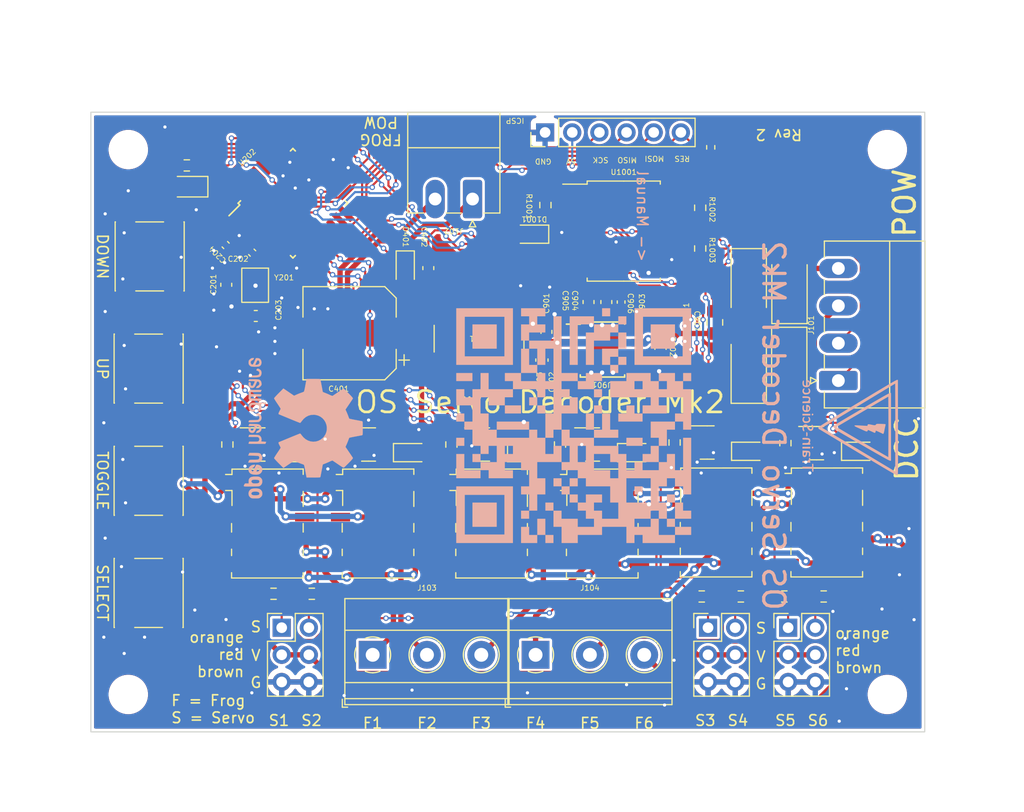
<source format=kicad_pcb>
(kicad_pcb (version 20240108) (generator "pcbnew") (generator_version "8.0")
  (layers (0 "F.Cu" signal) (31 "B.Cu" signal) (34 "B.Paste" user) (35 "F.Paste" user) (36 "B.SilkS" user "B.Silkscreen") (37 "F.SilkS" user "F.Silkscreen") (38 "B.Mask" user) (39 "F.Mask" user) (44 "Edge.Cuts" user))
  (net 0 "")
  (net 1 "GND")
  (net 2 "Net-(D201-A)")
  (net 4 "Net-(U901-BS)")
  (net 5 "Net-(U901-SW)")
  (net 6 "Net-(U901-FB)")
  (net 9 "Net-(D1001-K)")
  (net 10 "Net-(U1001-EN)")
  (net 12 "/atmega/X1")
  (net 13 "/atmega/X2")
  (net 14 "VCC")
  (net 15 "+5VA")
  (net 16 "/atmega/LED")
  (net 17 "/DCC/DCC_B")
  (net 18 "/D_bridge/AC_1")
  (net 19 "/D_bridge/AC_2")
  (net 20 "/DCC/DCC_A")
  (net 21 "/atmega/reset")
  (net 22 "/DCC/DCC_TTL")
  (net 23 "/atmega/sw1")
  (net 24 "/atmega/sw2")
  (net 25 "/atmega/sw3")
  (net 26 "/atmega/sw4")
  (net 27 "/atmega/MOSI")
  (net 28 "/atmega/MISO")
  (net 29 "/atmega/bus2.pin1")
  (net 30 "/atmega/bus2.pin2")
  (net 31 "/atmega/bus3.pin1")
  (net 32 "/atmega/bus3.pin2")
  (net 33 "Net-(D701-A)")
  (net 34 "Net-(D702-A)")
  (net 37 "Net-(D801-A)")
  (net 38 "/atmega/bus1.pin1")
  (net 39 "/atmega/bus1.pin2")
  (net 40 "Net-(D802-A)")
  (net 41 "Net-(D901-A)")
  (net 42 "Net-(D902-A)")
  (net 46 "/servo1-2/FROG2")
  (net 50 "/servo1-2/FROG1")
  (net 54 "/servo3-4/FROG2")
  (net 58 "/servo3-4/FROG1")
  (net 62 "/servo5-6/FROG2")
  (net 66 "/servo5-6/FROG1")
  (net 67 "Net-(Q701-B)")
  (net 68 "Net-(Q702-B)")
  (net 69 "Net-(Q801-B)")
  (net 70 "Net-(Q802-B)")
  (net 71 "Net-(Q901-B)")
  (net 72 "Net-(Q902-B)")
  (net 73 "/atmega/bus1.relay1")
  (net 74 "/atmega/bus1.relay2")
  (net 75 "/atmega/bus2.relay1")
  (net 76 "/atmega/bus2.relay2")
  (net 77 "/atmega/bus3.relay1")
  (net 78 "/atmega/bus3.relay2")
  (net 79 "/servo1-2/DCC_B")
  (net 80 "/servo1-2/DCC_A")
  (net 81 "+5V")
  (footprint "custom_kicad_lib_sk:R_0603_smalltext" (layer "F.Cu") (at 183.769 133.604 90)
    (property "Reference" "R703" (hide yes))
    (property "Value" "1k5")
  )
  (footprint "Diode_SMD:D_SOD-323" (layer "F.Cu") (at 211.582 134.366)
    (property "Reference" "D801" (hide yes))
    (property "Value" "1N4148WS")
  )
  (footprint "Capacitor_SMD:C_0603_1608Metric" (layer "F.Cu") (at 213.614 123.063 90)
    (property "Reference" "C901")
    (property "Value" "22uF")
  )
  (footprint "Capacitor_SMD:C_0402_1005Metric" (layer "F.Cu") (at 220.599 120.271 -90)
    (property "Reference" "C906")
    (property "Value" "100nF")
  )
  (footprint "Capacitor_SMD:CP_Elec_8x10.5" (layer "F.Cu") (at 195.199 123.19 180)
    (property "Reference" "C401")
    (property "Value" "1000uF")
  )
  (footprint "Diode_SMD:D_SMA" (layer "F.Cu") (at 236.347 118.777 90)
    (property "Reference" "D1101" (hide yes))
    (property "Value" "SS53")
  )
  (footprint "Diode_SMD:D_SOD-323" (layer "F.Cu") (at 212.217 113.919 180)
    (property "Reference" "D1001")
    (property "Value" "1N4148WS")
  )
  (footprint "Capacitor_SMD:C_0603_1608Metric" (layer "F.Cu") (at 183.665103 118.653583 90)
    (property "Reference" "C201")
    (property "Value" "12pF")
  )
  (footprint "Relay_SMD:Relay_DPDT_Omron_G6K-2F-Y" (layer "F.Cu") (at 218.823646 141)
    (property "Reference" "K802" (hide yes))
    (property "Value" "G6K-2F-Y-TR DC5")
  )
  (footprint "Relay_SMD:Relay_DPDT_Omron_G6K-2F-Y" (layer "F.Cu") (at 187.5 141)
    (property "Reference" "K701" (hide yes))
    (property "Value" "G6K-2F-Y-TR DC5")
  )
  (footprint "Diode_SMD:D_SMA" (layer "F.Cu") (at 236.327 126.143 -90)
    (property "Reference" "D1103" (hide yes))
    (property "Value" "SS53")
  )
  (footprint "Capacitor_SMD:C_0402_1005Metric" (layer "F.Cu") (at 214.122 125.702 -90)
    (property "Reference" "C902")
    (property "Value" "100nF")
  )
  (footprint "Resistor_SMD:R_0402_1005Metric_Pad0.72x0.64mm_HandSolder" (layer "F.Cu") (at 228.981 105.791 -90)
    (property "Reference" "R202" (hide yes))
    (property "Value" "10k")
  )
  (footprint "custom_kicad_lib_sk:R_0603_smalltext" (layer "F.Cu") (at 204.724 133.604 90)
    (property "Reference" "R803" (hide yes))
    (property "Value" "1k5")
  )
  (footprint "Resistor_SMD:R_0603_1608Metric_Pad0.98x0.95mm_HandSolder" (layer "F.Cu") (at 179.9755 107.483 180)
    (property "Reference" "R201" (hide yes))
    (property "Value" "6k2")
  )
  (footprint "MountingHole:MountingHole_3.2mm_M3" (layer "F.Cu") (at 245.5 106)
    (property "Reference" "REF**" (hide yes))
    (property "Value" "MountingHole_3.2mm_M3")
  )
  (footprint "custom_kicad_lib_sk:tactile_SMD_6mm" (layer "F.Cu") (at 176.5 116 90)
    (property "Reference" "SW604" (hide yes))
    (property "Value" "SW_Push")
  )
  (footprint "Package_SO:TI_SO-PowerPAD-8" (layer "F.Cu") (at 218.8535 124.714)
    (property "Reference" "U901")
    (property "Value" "MT2499A")
  )
  (footprint "Relay_SMD:Relay_DPDT_Omron_G6K-2F-Y" (layer "F.Cu") (at 229.473646 140.899)
    (property "Reference" "K901" (hide yes))
    (property "Value" "G6K-2F-Y-TR DC5")
  )
  (footprint "custom_kicad_lib_sk:tactile_SMD_6mm" (layer "F.Cu") (at 176.403 147.5 90)
    (property "Reference" "SW601" (hide yes))
    (property "Value" "SW_Push")
  )
  (footprint "TerminalBlock_Phoenix:TerminalBlock_Phoenix_MKDS-1,5-3-5.08_1x03_P5.08mm_Horizontal" (layer "F.Cu") (at 197.358 153.289)
    (property "Reference" "J103")
    (property "Value" "Screw_Terminal_01x03")
  )
  (footprint "Package_TO_SOT_SMD:SOT-23" (layer "F.Cu") (at 217.932 133.604)
    (property "Reference" "Q802" (hide yes))
    (property "Value" "NPN_TOR")
  )
  (footprint "Diode_SMD:D_SOD-323" (layer "F.Cu") (at 200.406 117.094 -90)
    (property "Reference" "D401")
    (property "Value" "1N4148WS")
  )
  (footprint "Resistor_SMD:R_0603_1608Metric" (layer "F.Cu") (at 225.425 121.285 -90)
    (property "Reference" "R901")
    (property "Value" "220k")
  )
  (footprint "Capacitor_SMD:C_0603_1608Metric" (layer "F.Cu") (at 217.551 120.269 -90)
    (property "Reference" "C905")
    (property "Value" "22uF")
  )
  (footprint "custom_kicad_lib_sk:R_0603_smalltext" (layer "F.Cu") (at 239.5455 147.828 180)
    (property "Reference" "R905" (hide yes))
    (property "Value" "10k")
  )
  (footprint "custom_kicad_lib_sk:R_0603_smalltext" (layer "F.Cu") (at 194.056 133.604 90)
    (property "Reference" "R704" (hide yes))
    (property "Value" "1k5")
  )
  (footprint "Connector_PinHeader_2.54mm:PinHeader_2x03_P2.54mm_Vertical" (layer "F.Cu") (at 236.22 150.749)
    (property "Reference" "J901" (hide yes))
    (property "Value" "Conn_02x03_Odd_Even")
  )
  (footprint "custom_kicad_lib_sk:R_0603_smalltext" (layer "F.Cu") (at 235.966 133.477 90)
    (property "Reference" "R907" (hide yes))
    (property "Value" "1k5")
  )
  (footprint "Connector_PinHeader_2.54mm:PinHeader_2x03_P2.54mm_Vertical" (layer "F.Cu") (at 188.849 150.749)
    (property "Reference" "J701" (hide yes))
    (property "Value" "Conn_02x03_Odd_Even")
  )
  (footprint "Inductor_SMD:L_Bourns-SRN8040_8x8.15mm" (layer "F.Cu") (at 207.3105 123.698 90)
    (property "Reference" "L901")
    (property "Value" "L")
  )
  (footprint "Package_TO_SOT_SMD:SOT-23" (layer "F.Cu") (at 228.6485 133.416)
    (property "Reference" "Q901" (hide yes))
    (property "Value" "NPN_TOR")
  )
  (footprint "Diode_SMD:D_SOD-323" (layer "F.Cu") (at 190.5 134.366)
    (property "Reference" "D701" (hide yes))
    (property "Value" "1N4148WS")
  )
  (footprint "Package_SO:SOP-8_6.62x9.15mm_P2.54mm" (layer "F.Cu") (at 220.840657 113.630343)
    (property "Reference" "U1001")
    (property "Value" "6N137")
  )
  (footprint "Resistor_SMD:R_0603_1608Metric" (layer "F.Cu") (at 224.282 124.46 -90)
    (property "Reference" "R902")
    (property "Value" "20k")
  )
  (footprint "MountingHole:MountingHole_3.2mm_M3" (layer "F.Cu") (at 174.5 157)
    (property "Reference" "REF**" (hide yes))
    (property "Value" "MountingHole_3.2mm_M3")
  )
  (footprint "Connector_PinHeader_2.54mm:PinHeader_1x06_P2.54mm_Vertical" (layer "F.Cu") (at 213.487 104.394 90)
    (property "Reference" "J201" (hide yes))
    (property "Value" "ICSP")
  )
  (footprint "custom_kicad_lib_sk:R_0603_smalltext" (layer "F.Cu") (at 231.7985 147.828 180)
    (property "Reference" "R802" (hide yes))
    (property "Value" "10k")
  )
  (footprint "Diode_SMD:D_SOD-323" (layer "F.Cu") (at 200.914 134.366)
    (property "Reference" "D702" (hide yes))
    (property "Value" "1N4148WS")
  )
  (footprint "custom_kicad_lib_sk:R_0603_smalltext" (layer "F.Cu") (at 213.517657 111.194343 -90)
    (property "Reference" "R1001")
    (property "Value" "1k")
  )
  (footprint "Relay_SMD:Relay_DPDT_Omron_G6K-2F-Y" (layer "F.Cu") (at 197.85 141)
    (property "Reference" "K702" (hide yes))
    (property "Value" "G6K-2F-Y-TR DC5")
  )
  (footprint "custom_kicad_lib_sk:R_0603_smalltext" (layer "F.Cu") (at 191.6665 147.574 180)
    (property "Reference" "R702" (hide yes))
    (property "Value" "10k")
  )
  (footprint "custom_kicad_lib_sk:R_0603_smalltext" (layer "F.Cu") (at 225.6005 133.416 90)
    (property "Reference" "R906" (hide yes))
    (property "Value" "1k5")
  )
  (footprint "custom_kicad_lib_sk:crystal_arduino" (layer "F.Cu") (at 186.586103 118.746583 -90)
    (property "Reference" "Y201")
    (property "Value" "Crystal_GND2")
  )
  (footprint "Capacitor_SMD:C_0402_1005Metric" (layer "F.Cu") (at 183.607113 114.935 135)
    (property "Reference" "C204")
    (property "Value" "100nF")
  )
  (footprint "Relay_SMD:Relay_DPDT_Omron_G6K-2F-Y" (layer "F.Cu") (at 239.823646 140.899)
    (property "Reference" "K902" (hide yes))
    (property "Value" "G6K-2F-Y-TR DC5")
  )
  (footprint "Package_TO_SOT_SMD:SOT-23" (layer "F.Cu") (at 196.977 133.604)
    (property "Reference" "Q702" (hide yes))
    (property "Value" "NPN_TOR")
  )
  (footprint "custom_kicad_lib_sk:tactile_SMD_6mm" (layer "F.Cu") (at 176.403 137 90)
    (property "Reference" "SW602" (hide yes))
    (property "Value" "SW_Push")
  )
  (footprint "Capacitor_SMD:C_0402_1005Metric" (layer "F.Cu") (at 212.979 125.702 -90)
    (property "Reference" "C903")
    (property "Value" "22nF")
  )
  (footprint "Diode_SMD:D_SOD-323" (layer "F.Cu") (at 221.869 134.366)
    (property "Reference" "D802" (hide yes))
    (property "Value" "1N4148WS")
  )
  (footprint "Diode_SMD:D_SMA" (layer "F.Cu") (at 232.537 118.779 -90)
    (property "Reference" "D1102" (hide yes))
    (property "Value" "SS53")
  )
  (footprint "Capacitor_SMD:C_0805_2012Metric_Pad1.18x1.45mm_HandSolder" (layer "F.Cu") (at 229.362 122.174 -90)
    (property "Reference" "C907")
    (property "Value" "100nF")
  )
  (footprint "Connector_Phoenix_MC:PhoenixContact_MC_1,5_2-G-3.5_1x02_P3.50mm_Horizontal" (layer "F.Cu") (at 206.7 110.6285 180)
    (property "Reference" "J102")
    (property "Value" "Screw_Terminal_01x02")
  )
  (footprint "Package_QFP:TQFP-32_7x7mm_P0.8mm" (layer "F.Cu") (at 189.897103 111.023583 45)
    (property "Reference" "U202")
    (property "Value" "ATmega328-A")
  )
  (footprint "Package_TO_SOT_SMD:SOT-23" (layer "F.Cu") (at 186.6415 133.604)
    (property "Reference" "Q701" (hide yes))
    (property "Value" "NPN_TOR")
  )
  (footprint "Capacitor_SMD:C_0603_1608Metric" (layer "F.Cu") (at 186.427103 121.574583)
    (property "Reference" "C203")
    (property "Value" "12pF")
  )
  (footprint "Connector_PinHeader_2.54mm:PinHeader_2x03_P2.54mm_Vertical" (layer "F.Cu") (at 228.727 150.749)
    (property "Reference" "J801" (hide yes))
    (property "Value" "Conn_02x03_Odd_Even")
  )
  (footprint "Diode_SMD:D_SMA" (layer "F.Cu") (at 232.537 126.238 90)
    (property "Reference" "D1104" (hide yes))
    (property "Value" "SS53")
  )
  (footprint "Connector_Phoenix_MC:PhoenixContact_MC_1,5_4-G-3.5_1x04_P3.50mm_Horizontal" (layer "F.Cu") (at 240.919 127.623 90)
    (property "Reference" "J101")
    (property "Value" "Screw_Terminal_01x04")
  )
  (footprint "Resistor_SMD:R_0603_1608Metric" (layer "F.Cu") (at 223.774 121.285 90)
    (property "Reference" "R903")
    (property "Value" "150k")
  )
  (footprint "Package_TO_SOT_SMD:SOT-23" (layer "F.Cu") (at 238.887 133.477)
    (property "Reference" "Q902" (hide yes))
    (property "Value" "NPN_TOR")
  )
  (footprint "custom_kicad_lib_sk:R_0603_smalltext" (layer "F.Cu") (at 235.8625 147.828)
    (property "Reference" "R904" (hide yes))
    (property "Value" "10k")
  )
  (footprint "MountingHole:MountingHole_3.2mm_M3" (layer "F.Cu") (at 245.5 157)
    (property "Reference" "REF**" (hide yes))
    (property "Value" "MountingHole_3.2mm_M3")
  )
  (footprint "LED_SMD:LED_0805_2012Metric_Pad1.15x1.40mm_HandSolder" (layer "F.Cu") (at 180.086 109.474 180)
    (property "Reference" "D201" (hide yes))
    (property "Value" "LED")
  )
  (footprint "custom_kicad_lib_sk:R_0603_smalltext" (layer "F.Cu") (at 188.087 147.574)
    (property "Reference" "R701" (hide yes))
    (property "Value" "10k")
  )
  (footprint "custom_kicad_lib_sk:R_0603_smalltext" (layer "F.Cu") (at 227.995657 115.258343 -90)
    (property "Reference" "R1003")
    (property "Value" "10k")
  )
  (footprint "custom_kicad_lib_sk:R_0603_smalltext" (layer "F.Cu") (at 227.995657 111.448343 -90)
    (property "Reference" "R1002")
    (property "Value" "10k")
  )
  (footprint "custom_kicad_lib_sk:R_0603_smalltext" (layer "F.Cu") (at 214.884 133.604 90)
    (property "Reference" "R804" (hide yes))
    (property "Value" "1k5")
  )
  (footprint "Capacitor_SMD:C_0402_1005Metric" (layer "F.Cu") (at 186.087692 115.647172 135)
    (property "Reference" "C202")
    (property "Value" "100nF")
  )
  (footprint "Diode_SMD:D_SOD-323" (layer "F.Cu") (at 232.537 134.239)
    (property "Reference" "D901" (hide yes))
    (property "Value" "1N4148WS")
  )
  (footprint "Capacitor_SMD:C_0603_1608Metric" (layer "F.Cu") (at 202.565 117.094 -90)
    (property "Reference" "C402")
    (property "Value" "22uF")
  )
  (footprint "TerminalBlock_Phoenix:TerminalBlock_Phoenix_MKDS-1,5-3-5.08_1x03_P5.08mm_Horizontal" (layer "F.Cu") (at 212.598 153.289)
    (property "Reference" "J104")
    (property "Value" "Screw_Terminal_01x03")
  )
  (footprint "custom_kicad_lib_sk:R_0603_smalltext" (layer "F.Cu") (at 228.139 147.828)
    (property "Reference" "R801" (hide yes))
    (property "Value" "10k")
  )
  (footprint "Capacitor_SMD:C_0603_1608Metric" (layer "F.Cu") (at 219.217 120.269 -90)
    (property "Reference" "C904")
    (property "Value" "22uF")
  )
  (footprint "Package_TO_SOT_SMD:SOT-23" (layer "F.Cu") (at 207.645 133.604)
    (property "Reference" "Q801" (hide yes))
    (property "Value" "NPN_TOR")
  )
  (footprint "Relay_SMD:Relay_DPDT_Omron_G6K-2F-Y" (layer "F.Cu") (at 208.473646 141)
    (property "Reference" "K801" (hide yes))
    (property "Value" "G6K-2F-Y-TR DC5")
  )
  (footprint "custom_kicad_lib_sk:tactile_SMD_6mm" (layer "F.Cu") (at 176.403 126.5 90)
    (property "Reference" "SW603" (hide yes))
    (property "Value" "SW_Push")
  )
  (footprint "MountingHole:MountingHole_3.2mm_M3" (layer "F.Cu") (at 174.5 106)
    (property "Reference" "REF**" (hide yes))
    (property "Value" "MountingHole_3.2mm_M3")
  )
  (footprint "Diode_SMD:D_SOD-323" (layer "F.Cu") (at 242.824 134.239)
    (property "Reference" "D902" (hide yes))
    (property "Value" "1N4148WS")
  )
  (footprint "custom_kicad_lib_sk:servoDriverQR" (layer "B.Cu") (at 216.154 131.826 -90)
    (property "Reference" "G***" (hide yes))
    (property "Value" "LOGO" (hide yes))
  )
  (footprint "custom_kicad_lib_sk:Train-Science logo small" (layer "B.Cu") (at 241.935 131.953 90)
    (property "Reference" "G***" (hide yes))
    (property "Value" "LOGO" (hide yes))
  )
  (footprint "Symbol:OSHW-Logo2_14.6x12mm_SilkScreen" (layer "B.Cu") (at 190.881 132.08 90)
    (property "Reference" "REF**" (hide yes))
    (property "Value" "OSHW-Logo2_14.6x12mm_SilkScreen" (hide yes))
  )
  (gr_rect (start 171 102.5) (end 249 160.5) (stroke (width 0.1)) (fill none) (layer "Edge.Cuts"))
  (gr_text "<- Manual" (at 221.996 116.586 -90) (layer "B.SilkS") (effects (font (size 1 1)) (justify left bottom mirror)))
  (gr_text "OS Servo Decoder Mk2" (at 233.68 131.826 270) (layer "B.SilkS") (effects (font (size 2 2) (thickness 0.3)) (justify bottom mirror)))
  (gr_text "ICSP" (at 211.582 102.997 180) (layer "F.SilkS") (effects (font (size 0.5 0.5) (thickness 0.075)) (justify left bottom)))
  (gr_text "UP" (at 171.5 126.5 270) (layer "F.SilkS") (effects (font (size 1 1)) (justify bottom)))
  (gr_text "S6" (at 239.014 160.02 0) (layer "F.SilkS") (effects (font (size 1 1)) (justify bottom)))
  (gr_text "S" (at 233.68 151.384 0) (layer "F.SilkS") (effects (font (size 1 1)) (justify bottom)))
  (gr_text "MISO" (at 222.123 106.68 180) (layer "F.SilkS") (effects (font (size 0.5 0.5) (thickness 0.075)) (justify left bottom)))
  (gr_text "TOGGLE" (at 171.5 137 270) (layer "F.SilkS") (effects (font (size 1 1)) (justify bottom)))
  (gr_text "V" (at 186.436 153.924 0) (layer "F.SilkS") (effects (font (size 1 1)) (justify bottom)))
  (gr_text "DOWN" (at 171.5 116 270) (layer "F.SilkS") (effects (font (size 1 1)) (justify bottom)))
  (gr_text "orange\nred\nbrown\n" (at 240.538 155.067 0) (layer "F.SilkS") (effects (font (size 1 1)) (justify left bottom)))
  (gr_text "SELECT" (at 171.5 147.5 270) (layer "F.SilkS") (effects (font (size 1 1)) (justify bottom)))
  (gr_text "S5" (at 235.966 160.02 0) (layer "F.SilkS") (effects (font (size 1 1)) (justify bottom)))
  (gr_text "FROG\nPOW" (at 198.12 102.87 180) (layer "F.SilkS") (effects (font (size 1 1)) (justify bottom)))
  (gr_text "F6\n" (at 222.758 160.274 0) (layer "F.SilkS") (effects (font (size 1 1)) (justify bottom)))
  (gr_text "S4" (at 231.521 160.02 0) (layer "F.SilkS") (effects (font (size 1 1)) (justify bottom)))
  (gr_text "S1" (at 188.595 160.02 0) (layer "F.SilkS") (effects (font (size 1 1)) (justify bottom)))
  (gr_text "5V" (at 216.408 106.807 180) (layer "F.SilkS") (effects (font (size 0.5 0.5) (thickness 0.075)) (justify left bottom)))
  (gr_text "V" (at 233.68 154.051 0) (layer "F.SilkS") (effects (font (size 1 1)) (justify bottom)))
  (gr_text "F2" (at 202.438 160.274 0) (layer "F.SilkS") (effects (font (size 1 1)) (justify bottom)))
  (gr_text "F4" (at 212.598 160.274 0) (layer "F.SilkS") (effects (font (size 1 1)) (justify bottom)))
  (gr_text "F1" (at 197.358 160.274 0) (layer "F.SilkS") (effects (font (size 1 1)) (justify bottom)))
  (gr_text "SCK" (at 219.456 106.68 180) (layer "F.SilkS") (effects (font (size 0.5 0.5) (thickness 0.075)) (justify left bottom)))
  (gr_text "G" (at 186.436 156.464 0) (layer "F.SilkS") (effects (font (size 1 1)) (justify bottom)))
  (gr_text "orange\nred\nbrown\n" (at 185.42 155.448 0) (layer "F.SilkS") (effects (font (size 1 1)) (justify right bottom)))
  (gr_text "GND" (at 214.122 106.807 180) (layer "F.SilkS") (effects (font (size 0.5 0.5) (thickness 0.075)) (justify left bottom)))
  (gr_text "S" (at 186.436 151.257 0) (layer "F.SilkS") (effects (font (size 1 1)) (justify bottom)))
  (gr_text "S2\n" (at 191.643 160.02 0) (layer "F.SilkS") (effects (font (size 1 1)) (justify bottom)))
  (gr_text "F3\n" (at 207.518 160.274 0) (layer "F.SilkS") (effects (font (size 1 1)) (justify bottom)))
  (gr_text "OS Servo Decoder Mk2" (at 195.58 130.81 0) (layer "F.SilkS") (effects (font (size 2 2) (thickness 0.25) (bold yes)) (justify left bottom)))
  (gr_text "Rev 2" (at 237.617 104.013 180) (layer "F.SilkS") (effects (font (size 1 1)) (justify left bottom)))
  (gr_text "RES" (at 227.076 106.553 180) (layer "F.SilkS") (effects (font (size 0.5 0.5) (thickness 0.075)) (justify left bottom)))
  (gr_text "F5" (at 217.678 160.274 0) (layer "F.SilkS") (effects (font (size 1 1)) (justify bottom)))
  (gr_text "G" (at 233.68 156.591 0) (layer "F.SilkS") (effects (font (size 1 1)) (justify bottom)))
  (gr_text "DCC" (at 248.5 134 90) (layer "F.SilkS") (effects (font (size 2 2) (thickness 0.3)) (justify bottom)))
  (gr_text "S3" (at 228.473 160.02 0) (layer "F.SilkS") (effects (font (size 1 1)) (justify bottom)))
  (gr_text "POW\n" (at 248.285 111 90) (layer "F.SilkS") (effects (font (size 2 2) (thickness 0.3)) (justify bottom)))
  (gr_text "MOSI" (at 224.663 106.553 180) (layer "F.SilkS") (effects (font (size 0.5 0.5) (thickness 0.075)) (justify left bottom)))
  (gr_text "F = Frog\nS = Servo" (at 178.435 159.766 0) (layer "F.SilkS") (effects (font (size 1 1)) (justify left bottom)))
  (segment (start 212.344 122.301) (end 213.601 122.301) (width 0.7) (layer "F.Cu") (net 1))
  (segment (start 185.742854 113.180259) (end 184.877113 114.046) (width 0.2) (layer "F.Cu") (net 1))
  (segment (start 186.043371 113.180259) (end 185.742854 113.180259) (width 0.2) (layer "F.Cu") (net 1))
  (segment (start 217.754 120.841) (end 218.44 120.841) (width 1) (layer "F.Cu") (net 1))
  (segment (start 219.837 126.873) (end 219.837 122.428) (width 1) (layer "F.Cu") (net 1))
  (segment (start 184.15 120.685583) (end 184.763103 120.685583) (width 0.2) (layer "F.Cu") (net 1))
  (segment (start 186.400311 118.73958) (end 186.473106 118.73958) (width 0.25) (layer "F.Cu") (net 1))
  (segment (start 220.599 120.841) (end 219.837 121.603) (width 1) (layer "F.Cu") (net 1))
  (segment (start 218.821 122.428) (end 218.821 121.44) (width 1) (layer "F.Cu") (net 1))
  (segment (start 218.821 121.44) (end 219.217 121.044) (width 1) (layer "F.Cu") (net 1))
  (segment (start 184.15 119.91348) (end 183.665103 119.428583) (width 0.2) (layer "F.Cu") (net 1))
  (segment (start 216.0735 126.619) (end 217.551 126.619) (width 1) (layer "F.Cu") (net 1))
  (segment (start 217.805 121.298) (end 217.551 121.044) (width 1) (layer "F.Cu") (net 1))
  (segment (start 185.748281 115.307761) (end 186.178611 115.307761) (width 0.2) (layer "F.Cu") (net 1))
  (segment (start 215.061 120.841) (end 218.44 120.841) (width 0.7) (layer "F.Cu") (net 1))
  (segment (start 217.551 121.044) (end 217.754 120.841) (width 1) (layer "F.Cu") (net 1))
  (segment (start 218.44 120.841) (end 220.599 120.841) (width 1) (layer "F.Cu") (net 1))
  (segment (start 186.473106 118.73958) (end 187.316103 117.896583) (width 0.25) (layer "F.Cu") (net 1))
  (segment (start 225.615 125.285) (end 225.679 125.349) (width 0.7) (layer "F.Cu") (net 1))
  (segment (start 217.805 122.428) (end 217.805 121.298) (width 1) (layer "F.Cu") (net 1))
  (segment (start 184.15 120.685583) (end 184.15 119.91348) (width 0.2) (layer "F.Cu") (net 1))
  (segment (start 185.652103 121.574583) (end 185.652103 120.032583) (width 0.25) (layer "F.Cu") (net 1))
  (segment (start 219.837 121.603) (end 219.837 122.428) (width 1) (layer "F.Cu") (net 1))
  (segment (start 218.821 122.428) (end 218.821 126.873) (width 1) (layer "F.Cu") (net 1))
  (segment (start 184.763103 120.685583) (end 185.652103 121.574583) (width 0.2) (layer "F.Cu") (net 1))
  (segment (start 213.614 122.288) (end 215.061 120.841) (width 0.7) (layer "F.Cu") (net 1))
  (segment (start 217.805 126.873) (end 217.805 122.428) (width 1) (layer "F.Cu") (net 1))
  (segment (start 224.282 125.285) (end 225.615 125.285) (width 0.7) (layer "F.Cu") (net 1))
  (segment (start 186.400311 118.812375) (end 185.416103 119.796583) (width 0.25) (layer "F.Cu") (net 1))
  (segment (start 224.219 125.349) (end 224.219 126.682) (width 0.7) (layer "F.Cu") (net 1))
  (segment (start 185.039 119.796583) (end 184.15 120.685583) (width 0.2) (layer "F.Cu") (net 1))
  (segment (start 186.178611 115.307761) (end 187.174742 114.31163) (width 0.2) (layer "F.Cu") (net 1))
  (segment (start 186.400311 118.73958) (end 186.400311 118.812375) (width 0.25) (layer "F.Cu") (net 1))
  (segment (start 185.748281 115.307761) (end 185.454925 115.307761) (width 0.2) (layer "F.Cu") (net 1))
  (segment (start 183.665103 119.428583) (end 185.048103 119.428583) (width 0.25) (layer "F.Cu") (net 1))
  (segment (start 217.551 126.619) (end 217.805 126.873) (width 1) (layer "F.Cu") (net 1))
  (via (at 241.554 151.765) (size 0.5) (drill 0.3) (layers "F.Cu" "B.Cu") (net 1))
  (via (at 184.15 120.685583) (size 0.8) (drill 0.4) (layers "F.Cu" "B.Cu") (net 1))
  (via (at 183.642 149.987) (size 0.5) (drill 0.3) (layers "F.Cu" "B.Cu") (net 1))
  (via (at 174.117 153.162) (size 0.5) (drill 0.3) (layers "F.Cu" "B.Cu") (net 1))
  (via (at 220.125657 114.646343) (size 0.5) (drill 0.3) (layers "F.Cu" "B.Cu") (net 1))
  (via (at 177.927 103.886) (size 0.5) (drill 0.3) (layers "F.Cu" "B.Cu") (net 1))
  (via (at 217.805 122.428) (size 0.8) (drill 0.4) (layers "F.Cu" "B.Cu") (net 1))
  (via (at 180.857 111.633) (size 0.5) (drill 0.3) (layers "F.Cu" "B.Cu") (net 1))
  (via (at 187.198 134.62) (size 0.5) (drill 0.3) (layers "F.Cu" "B.Cu") (net 1))
  (via (at 172.212 131.572) (size 0.5) (drill 0.3) (layers "F.Cu" "B.Cu") (net 1))
  (via (at 211.201 118.745) (size 0.5) (drill 0.3) (layers "F.Cu" "B.Cu") (net 1))
  (via (at 248 150) (size 0.5) (drill 0.3) (layers "F.Cu" "B.Cu") (net 1))
  (via (at 184.912 116.078) (size 0.5) (drill 0.3) (layers "F.Cu" "B.Cu") (net 1))
  (via (at 186.69 123.063) (size 0.5) (drill 0.3) (layers "F.Cu" "B.Cu") (net 1))
  (via (at 222.0425 121.158) (size 0.5) (drill 0.3) (layers "F.Cu" "B.Cu") (net 1))
  (via (at 182.499 121.031) (size 0.5) (drill 0.3) (layers "F.Cu" "B.Cu") (net 1))
  (via (at 192.913 133.096) (size 0.5) (drill 0.3) (layers "F.Cu" "B.Cu") (net 1))
  (via (at 191.897 120.904) (size 0.5) (drill 0.3) (layers "F.Cu" "B.Cu") (net 1))
  (via (at 174.117 113.792) (size 0.5) (drill 0.3) (layers "F.Cu" "B.Cu") (net 1))
  (via (at 227.711 135.255) (size 0.5) (drill 0.3) (layers "F.Cu" "B.Cu") (net 1))
  (via (at 241.681 156.464) (size 0.5) (drill 0.3) (layers "F.Cu" "B.Cu") (net 1))
  (via (at 172.339 121.158) (size 0.5) (drill 0.3) (layers "F.Cu" "B.Cu") (net 1))
  (via (at 188.214 123.952) (size 0.5) (drill 0.3) (layers "F.Cu" "B.Cu") (net 1))
  (via (at 201.676 132.207) (size 0.5) (drill 0.3) (layers "F.Cu" "B.Cu") (net 1))
  (via (at 186.400311 118.73958) (size 0.8) (drill 0.4) (layers "F.Cu" "B.Cu") (net 1))
  (via (at 182.753 124.46) (size 0.5) (drill 0.3) (layers "F.Cu" "B.Cu") (net 1))
  (via (at 185.928 127.127) (size 0.5) (drill 0.3) (layers "F.Cu" "B.Cu") (net 1))
  (via (at 173.99 135.001) (size 0.5) (drill 0.3) (layers "F.Cu" "B.Cu") (net 1))
  (via (at 173.99 118.11) (size 0.5) (drill 0.3) (layers "F.Cu" "B.Cu") (net 1))
  (via (at 188.214 125.095) (size 0.5) (drill 0.3) (layers "F.Cu" "B.Cu") (net 1))
  (via (at 240.538 134.366) (size 0.5) (drill 0.3) (layers "F.Cu" "B.Cu") (net 1))
  (via (at 229.235 134.366) (size 0.5) (drill 0.3) (layers "F.Cu" "B.Cu") (net 1))
  (via (at 186.055 156.845) (size 0.5) (drill 0.3) (layers "F.Cu" "B.Cu") (net 1))
  (via (at 194.691 157.099) (size 0.5) (drill 0.3) (layers "F.Cu" "B.Cu") (net 1))
  (via (at 228.092 136.271) (size 0.5) (drill 0.3) (layers "F.Cu" "B.Cu") (net 1))
  (via (at 174.244 128.397) (size 0.5) (drill 0.3) (layers "F.Cu" "B.Cu") (net 1))
  (via (at 219.837 126.873) (size 0.8) (drill 0.4) (layers "F.Cu" "B.Cu") (net 1))
  (via (at 182.499 119.507) (size 0.5) (drill 0.3) (layers "F.Cu" "B.Cu") (net 1))
  (via (at 191.389 108.839) (size 0.5) (drill 0.3) (layers "F.Cu" "B.Cu") (net 1))
  (via (at 195.707 135.636) (size 0.5) (drill 0.3) (layers "F.Cu" "B.Cu") (net 1))
  (via (at 193.167 120.904) (size 0.5) (drill 0.3) (layers "F.Cu" "B.Cu") (net 1))
  (via (at 195.072 107.696) (size 0.5) (drill 0.3) (layers "F.Cu" "B.Cu") (net 1))
  (via (at 183.515 116.586) (size 0.5) (drill 0.3) (layers "F.Cu" "B.Cu") (net 1))
  (via (at 221.107 156.083) (size 0.5) (drill 0.3) (layers "F.Cu" "B.Cu") (net 1))
  (via (at 224.663 157.988) (size 0.5) (drill 0.3) (layers "F.Cu" "B.Cu") (net 1))
  (via (at 188.976 108.458) (size 0.5) (drill 0.3) (layers "F.Cu" "B.Cu") (net 1))
  (via (at 174.117 124.333) (size 0.5) (drill 0.3) (layers "F.Cu" "B.Cu") (net 1))
  (via (at 218.821 126.873) (size 0.8) (drill 0.4) (layers "F.Cu" "B.Cu") (net 1))
  (via (at 188.595 121.031) (size 0.5) (drill 0.3) (layers "F.Cu" "B.Cu") (net 1))
  (via (at 179.578 145.542) (size 0.5) (drill 0.3) (layers "F.Cu" "B.Cu") (net 1))
  (via (at 201.041 156.591) (size 0.5) (drill 0.3) (layers "F.Cu" "B.Cu") (net 1))
  (via (at 190.246 117.094) (size 0.5) (drill 0.3) (layers "F.Cu" "B.Cu") (net 1))
  (via (at 213.9145 118.872) (size 0.5) (drill 0.3) (layers "F.Cu" "B.Cu") (net 1))
  (via (at 218.821 122.428) (size 0.8) (drill 0.4) (layers "F.Cu" "B.Cu") (net 1))
  (via (at 225.298 135.763) (size 0.5) (drill 0.3) (layers "F.Cu" "B.Cu") (net 1))
  (via (at 193.167 135.89) (size 0.5) (drill 0.3) (layers "F.Cu" "B.Cu") (net 1))
  (via (at 180.721 149.098) (size 0.5) (drill 0.3) (layers "F.Cu" "B.Cu") (net 1))
  (via (at 225.679 125.349) (size 0.8) (drill 0.4) (layers "F.Cu" "B.Cu") (net 1))
  (via (at 179.451 116.078) (size 0.5) (drill 0.3) (layers "F.Cu" "B.Cu") (net 1))
  (via (at 237.871 135.255) (size 0.5) (drill 0.3) (layers "F.Cu" "B.Cu") (net 1))
  (via (at 217.805 126.873) (size 0.8) (drill 0.4) (layers "F.Cu" "B.Cu") (net 1))
  (via (at 215.045657 113.757343) (size 0.5) (drill 0.3) (layers "F.Cu" "B.Cu") (net 1))
  (via (at 235.966 135.763) (size 0.5) (drill 0.3) (layers "F.Cu" "B.Cu") (net 1))
  (via (at 225.552 153.797) (size 0.5) (drill 0.3) (layers "F.Cu" "B.Cu") (net 1))
  (via (at 245 149) (size 0.5) (drill 0.3) (layers "F.Cu" "B.Cu") (net 1))
  (via (at 182.499 115.443) (size 0.5) (drill 0.3) (layers "F.Cu" "B.Cu") (net 1))
  (via (at 193.675 106.934) (size 0.5) (drill 0.3) (layers "F.Cu" "B.Cu") (net 1))
  (via (at 184.877113 114.046) (size 0.5) (drill 0.3) (layers "F.Cu" "B.Cu") (net 1))
  (via (at 211.836 156.845) (size 0.5) (drill 0.3) (layers "F.Cu" "B.Cu") (net 1))
  (via (at 188.595 136.271) (size 0.5) (drill 0.3) (layers "F.Cu" "B.Cu") (net 1))
  (via (at 172.339 142.367) (size 0.5) (drill 0.3) (layers "F.Cu" "B.Cu") (net 1))
  (via (at 223.169657 117.544343) (size 0.8) (drill 0.4) (layers "F.Cu" "B.Cu") (net 1))
  (via (at 238.252 136.271) (size 0.5) (drill 0.3) (layers "F.Cu" "B.Cu") (net 1))
  (via (at 174.244 139.065) (size 0.5) (drill 0.3) (layers "F.Cu" "B.Cu") (net 1))
  (via (at 184.658 152.781) (size 0.5) (drill 0.3) (layers "F.Cu" "B.Cu") (net 1))
  (via (at 190.373 120.777) (size 0.5) (drill 0.3) (layers "F.Cu" "B.Cu") (net 1))
  (via (at 189.611 107.188) (size 0.5) (drill 0.3) (layers "F.Cu" "B.Cu") (net 1))
  (via (at 188.214 122.682) (size 0.5) (drill 0.3) (layers "F.Cu" "B.Cu") (net 1))
  (via (at 216.916 133.604) (size 0.5) (drill 0.3) (layers "F.Cu" "B.Cu") (net 1))
  (via (at 212.344 122.301) (size 0.8) (drill 0.4) (layers "F.Cu" "B.Cu") (net 1))
  (via (at 211.5 131.5) (size 0.8) (drill 0.4) (layers "F.Cu" "B.Cu") (net 1))
  (via (at 224.155 126.746) (size 0.8) (drill 0.4) (layers "F.Cu" "B.Cu") (net 1))
  (via (at 174.498 109.855) (size 0.5) (drill 0.3) (layers "F.Cu" "B.Cu") (net 1))
  (via (at 196.977 131.318) (size 0.5) (drill 0.3) (layers "F.Cu" "B.Cu") (net 1))
  (via (at 172.212 151.638) (size 0.5) (drill 0.3) (layers "F.Cu" "B.Cu") (net 1))
  (via (at 239.395 134.493) (size 0.5) (drill 0.3) (layers "F.Cu" "B.Cu") (net 1))
  (via (at 173.863 145.034) (size 0.5) (drill 0.3) (layers "F.Cu" "B.Cu") (net 1))
  (via (at 179.451 124.206) (size 0.5) (drill 0.3) (layers "F.Cu" "B.Cu") (net 1))
  (via (at 248.412 131.191) (size 0.5) (drill 0.3) (layers "F.Cu" "B.Cu") (net 1))
  (via (at 184.912 126.746) (size 0.5) (drill 0.3) (layers "F.Cu" "B.Cu") (net 1))
  (via (at 190.119 109.601) (size 0.5) (drill 0.3) (layers "F.Cu" "B.Cu") (net 1))
  (via (at 214.376 121.412) (size 0.8) (drill 0.4) (layers "F.Cu" "B.Cu") (net 1))
  (via (at 172.339 112.014) (size 0.5) (drill 0.3) (layers "F.Cu" "B.Cu") (net 1))
  (via (at 188.849 119.888) (size 0.5) (drill 0.3) (layers "F.Cu" "B.Cu") (net 1))
  (via (at 219.837 122.428) (size 0.8) (drill 0.4) (layers "F.Cu" "B.Cu") (net 1))
  (via (at 240.411 149.225) (size 0.5) (drill 0.3) (layers "F.Cu" "B.Cu") (net 1))
  (via (at 206.629 133.731) (size 0.5) (drill 0.3) (layers "F.Cu" "B.Cu") (net 1))
  (via (at 182.372 117.094) (size 0.5) (drill 0.3) (layers "F.Cu" "B.Cu") (net 1))
  (via (at 225.332657 116.297343) (size 0.5) (drill 0.3) (layers "F.Cu" "B.Cu") (net 1))
  (via (at 247.523 141.478) (size 0.5) (drill 0.3) (layers "F.Cu" "B.Cu") (net 1))
  (via (at 176.022 151.638) (size 0.5) (drill 0.3) (layers "F.Cu" "B.Cu") (net 1))
  (via (at 185.42 135.636) (size 0.5) (drill 0.3) (layers "F.Cu" "B.Cu") (net 1))
  (via (at 197.485 134.62) (size 0.5) (drill 0.3) (layers "F.Cu" "B.Cu") (net 1))
  (via (at 246.634 145.796) (size 0.5) (drill 0.3) (layers "F.Cu" "B.Cu") (net 1))
  (via (at 241 159.5) (size 0.5) (drill 0.3) (layers "F.Cu" "B.Cu") (net 1))
  (segment (start 179.063 107.483) (end 179.063 109.472) (width 0.2) (layer "F.Cu") (net 2))
  (segment (start 212.979 125.222) (end 214.122 125.222) (width 0.25) (layer "F.Cu") (net 4))
  (segment (start 213.136183 123.063) (end 214.503 123.063) (width 0.25) (layer "F.Cu") (net 4))
  (segment (start 212.814 125.057) (end 212.814 123.385183) (width 0.25) (layer "F.Cu") (net 4))
  (segment (start 214.757 122.809) (end 214.503 123.063) (width 0.25) (layer "F.Cu") (net 4))
  (segment (start 216.0735 122.809) (end 214.757 122.809) (width 0.25) (layer "F.Cu") (net 4))
  (segment (start 212.979 125.222) (end 212.814 125.057) (width 0.25) (layer "F.Cu") (net 4))
  (segment (start 212.814 123.385183) (end 213.136183 123.063) (width 0.25) (layer "F.Cu") (net 4))
  (segment (start 216.0735 125.349) (end 215.280807 125.349) (width 0.7) (layer "F.Cu") (net 5))
  (segment (start 214.447807 126.182) (end 214.122 126.182) (width 0.7) (layer "F.Cu") (net 5))
  (segment (start 215.280807 125.349) (end 214.447807 126.182) (width 0.7) (layer "F.Cu") (net 5))
  (segment (start 214.122 126.182) (end 212.979 126.182) (width 0.7) (layer "F.Cu") (net 5))
  (segment (start 212.979 126.182) (end 209.86 126.182) (width 0.7) (layer "F.Cu") (net 5))
  (segment (start 223.774 122.11) (end 223.774 123.127) (width 0.25) (layer "F.Cu") (net 6))
  (segment (start 223.774 123.127) (end 224.282 123.635) (width 0.25) (layer "F.Cu") (net 6))
  (segment (start 224.282 123.635) (end 223.482 124.435) (width 0.25) (layer "F.Cu") (net 6))
  (segment (start 223.482 124.435) (end 223.482 125.387) (width 0.25) (layer "F.Cu") (net 6))
  (segment (start 223.774 122.11) (end 225.425 122.11) (width 0.25) (layer "F.Cu") (net 6))
  (segment (start 223.482 125.387) (end 222.25 126.619) (width 0.25) (layer "F.Cu") (net 6))
  (segment (start 213.390657 113.827343) (end 213.390657 112.233843) (width 0.25) (layer "F.Cu") (net 9))
  (segment (start 216.315657 112.360343) (end 213.771157 112.360343) (width 0.25) (layer "F.Cu") (net 9))
  (segment (start 227.995657 112.360843) (end 225.366157 112.360843) (width 0.25) (layer "F.Cu") (net 10))
  (segment (start 183.665103 117.878583) (end 185.134103 117.878583) (width 0.25) (layer "F.Cu") (net 12))
  (segment (start 187.111306 116.15798) (end 185.672703 117.596583) (width 0.25) (layer "F.Cu") (net 12))
  (segment (start 187.591133 116.15798) (end 187.111306 116.15798) (width 0.25) (layer "F.Cu") (net 12))
  (segment (start 188.306113 115.443) (end 187.591133 116.15798) (width 0.25) (layer "F.Cu") (net 12))
  (segment (start 189.348103 116.780278) (end 188.871798 117.256583) (width 0.25) (layer "F.Cu") (net 13))
  (segment (start 187.202103 121.574583) (end 187.202103 119.910583) (width 0.25) (layer "F.Cu") (net 13))
  (segment (start 188.871798 117.256583) (end 188.871798 118.113888) (width 0.25) (layer "F.Cu") (net 13))
  (segment (start 188.871798 116.008686) (end 189.348103 116.484991) (width 0.25) (layer "F.Cu") (net 13))
  (segment (start 188.871798 118.113888) (end 187.316103 119.669583) (width 0.25) (layer "F.Cu") (net 13))
  (segment (start 189.348103 116.484991) (end 189.348103 116.780278) (width 0.25) (layer "F.Cu") (net 13))
  (segment (start 225.96845 123.2115) (end 225.425 123.75495) (width 0.5) (layer "F.Cu") (net 14))
  (segment (start 229.362 123.2115) (end 225.96845 123.2115) (width 0.5) (layer "F.Cu") (net 14))
  (segment (start 216.0735 124.079) (end 214.63 124.079) (width 0.7) (layer "F.Cu") (net 14))
  (segment (start 214.63 124.079) (end 213.855 124.079) (width 0.7) (layer "F.Cu") (net 14))
  (segment (start 236.191 124.143) (end 234.586 122.538) (width 0.5) (layer "F.Cu") (net 14))
  (segment (start 222.8134 124.079) (end 221.6335 124.079) (width 0.7) (layer "F.Cu") (net 14))
  (segment (start 213.855 124.079) (end 213.614 123.838) (width 0.7) (layer "F.Cu") (net 14))
  (segment (start 223.13745 123.75495) (end 222.8134 124.079) (width 0.7) (layer "F.Cu") (net 14))
  (segment (start 230.0355 122.538) (end 234.586 122.538) (width 0.5) (layer "F.Cu") (net 14))
  (segment (start 229.362 123.2115) (end 230.0355 122.538) (width 0.5) (layer "F.Cu") (net 14))
  (segment (start 234.586 122.538) (end 236.347 120.777) (width 0.5) (layer "F.Cu") (net 14))
  (via (at 225.425 123.75495) (size 0.8) (drill 0.4) (layers "F.Cu" "B.Cu") (net 14))
  (via (at 214.63 124.079) (size 0.8) (drill 0.4) (layers "F.Cu" "B.Cu") (net 14))
  (via (at 223.13745 123.75495) (size 0.8) (drill 0.4) (layers "F.Cu" "B.Cu") (net 14))
  (segment (start 223.13745 123.75495) (end 225.425 123.75495) (width 0.7) (layer "B.Cu") (net 14))
  (segment (start 214.63 124.079) (end 222.8134 124.079) (width 0.7) (layer "B.Cu") (net 14))
  (segment (start 222.8134 124.079) (end 223.13745 123.75495) (width 0.7) (layer "B.Cu") (net 14))
  (segment (start 221.968 151.539) (end 225.961 151.539) (width 0.5) (layer "F.Cu") (net 15))
  (segment (start 220.472 138.108) (end 220.472 138.176) (width 0.2) (layer "F.Cu") (net 15))
  (segment (start 208.7645 136.8825) (end 208.447 137.2) (width 0.2) (layer "F.Cu") (net 15))
  (segment (start 204.973646 137.2) (end 208.447 137.2) (width 0.5) (layer "F.Cu") (net 15))
  (segment (start 191.262 138.303) (end 191.262 138.684) (width 0.2) (layer "F.Cu") (net 15))
  (segment (start 228.627 137.099) (end 225.973646 137.099) (width 0.2) (layer "F.Cu") (net 15))
  (segment (start 203.399 135.962) (end 203.399 132.94005) (width 0.5) (layer "F.Cu") (net 15))
  (segment (start 197.197 137.033) (end 194.517 137.033) (width 0.2) (layer "F.Cu") (net 15))
  (segment (start 215.323646 137.2) (end 218.607 137.2) (width 0.5) (layer "F.Cu") (net 15))
  (segment (start 220.302 119.494) (end 220.599 119.791) (width 0.7) (layer "F.Cu") (net 15))
  (segment (start 184 137.2) (end 186.095 137.2) (width 0.5) (layer "F.Cu") (net 15))
  (segment (start 201.93 131.47105) (end 201.93 123.063) (width 0.5) (layer "F.Cu") (net 15))
  (segment (start 221.234 138.176) (end 221.361 138.176) (width 0.2) (layer "F.Cu") (net 15))
  (segment (start 220.599 119.791) (end 223.105 119.791) (width 0.7) (layer "F.Cu") (net 15))
  (segment (start 200.406 119.888) (end 200.406 118.144) (width 0.5) (layer "F.Cu") (net 15))
  (segment (start 189.949 138.049) (end 191.008 138.049) (width 0.2) (layer "F.Cu") (net 15))
  (segment (start 221.361 138.176) (end 222.353498 138.176) (width 0.5) (layer "F.Cu") (net 15))
  (segment (start 238.76 153.289) (end 228.727 153.289) (width 0.5) (layer "F.Cu") (net 15))
  (segment (start 225.806 137.266646) (end 225.973646 137.099) (width 0.5) (layer "F.Cu") (net 15))
  (segment (start 180.34 137.922) (end 180.34 144.78) (width 0.5) (layer "F.Cu") (net 15))
  (segment (start 201.93 123.063) (end 204.095 120.898) (width 0.5) (layer "F.Cu") (net 15))
  (segment (start 227.711 153.289) (end 228.727 153.289) (width 0.5) (layer "F.Cu") (net 15))
  (segment (start 219.583 138.176) (end 220.472 138.176) (width 0.5) (layer "F.Cu") (net 15))
  (segment (start 225.961 151.539) (end 227.711 153.289) (width 0.5) (layer "F.Cu") (net 15))
  (segment (start 222.353498 138.176) (end 222.377 138.199502) (width 0.5) (layer "F.Cu") (net 15))
  (segment (start 182.88 138.43) (end 182.88 138.32) (width 0.5) (layer "F.Cu") (net 15))
  (segment (start 214.466 119.925) (end 214.884 119.507) (width 0.7) (layer "F.Cu") (net 15))
  (segment (start 199.864 134.366) (end 197.197 137.033) (width 0.2) (layer "F.Cu") (net 15))
  (segment (start 210.532 135.115) (end 208.7645 136.8825) (width 0.2) (layer "F.Cu") (net 15))
  (segment (start 194.858 137.2) (end 195.708 138.05) (width 0.5) (layer "F.Cu") (net 15))
  (segment (start 214.59 137.2) (end 215.323646 137.2) (width 0.5) (layer "F.Cu") (net 15))
  (segment (start 192.913 138.684) (end 192.913 138.303) (width 0.5) (layer "F.Cu") (net 15))
  (segment (start 182.88 138.32) (end 184 137.2) (width 0.5) (layer "F.Cu") (net 15))
  (segment (start 193.139 155.039) (end 218.468 155.039) (width 0.5) (layer "F.Cu") (net 15))
  (segment (start 220.819 134.366) (end 220.819 137.761) (width 0.2) (layer "F.Cu") (net 15))
  (segment (start 191.389 153.289) (end 193.139 155.039) (width 0.5) (layer "F.Cu") (net 15))
  (segment (start 219.217 119.494) (end 220.302 119.494) (width 0.7) (layer "F.Cu") (net 15))
  (segment (start 225.806 138.176) (end 225.806 137.266646) (width 0.5) (layer "F.Cu") (net 15))
  (segment (start 241.774 134.239) (end 238.914 137.099) (width 0.2) (layer "F.Cu") (net 15))
  (segment (start 207.645 119.925) (end 214.466 119.925) (width 0.7) (layer "F.Cu") (net 15))
  (segment (start 195.708 138.05) (end 203.453 138.05) (width 0.5) (layer "F.Cu") (net 15))
  (segment (start 208.661 137.414) (end 208.7645 137.3105) (width 0.2) (layer "F.Cu") (net 15))
  (segment (start 227.380823 138.176) (end 233.426 138.176) (width 0.5) (layer "F.Cu") (net 15))
  (segment (start 220.819 137.761) (end 220.472 138.108) (width 0.2) (layer "F.Cu") (net 15))
  (segment (start 220.819 137.761) (end 221.234 138.176) (width 0.2) (layer "F.Cu") (net 15))
  (segment (start 201.803 123.19) (end 201.93 123.063) (width 0.5) (layer "F.Cu") (net 15))
  (segment (start 218.607 137.2) (end 219.583 138.176) (width 0.5) (layer "F.Cu") (net 15))
  (segment (start 186.095 137.2) (end 187.579 138.684) (width 0.5) (layer "F.Cu") (net 15))
  (segment (start 189.45 134.366) (end 189.45 137.55) (width 0.2) (layer "F.Cu") (net 15))
  (segment (start 208.447 137.2) (end 208.661 137.414) (width 0.5) (layer "F.Cu") (net 15))
  (segment (start 223.774 120.46) (end 225.425 120.46) (width 0.7) (layer "F.Cu") (net 15))
  (segment (start 187.579 138.684) (end 191.262 138.684) (width 0.5) (layer "F.Cu") (net 15))
  (segment (start 213.487 138.303) (end 214.59 137.2) (width 0.5) (layer "F.Cu") (net 15))
  (segment (start 218.468 155.039) (end 221.968 151.539) (width 0.5) (layer "F.Cu") (net 15))
  (segment (start 208.7645 137.3105) (end 208.7645 136.8825) (width 0.2) (layer "F.Cu") (net 15))
  (segment (start 204.637 137.2) (end 203.399 135.962) (width 0.5) (layer "F.Cu") (net 15))
  (segment (start 209.55 138.303) (end 213.487 138.303) (width 0.5) (layer "F.Cu") (net 15))
  (segment (start 198.899 123.19) (end 201.803 123.19) (width 0.5) (layer "F.Cu") (net 15))
  (segment (start 203.399 132.94005) (end 201.93 131.47105) (width 0.5) (layer "F.Cu") (net 15))
  (segment (start 223.105 119.791) (end 223.774 120.46) (width 0.7) (layer "F.Cu") (net 15))
  (segment (start 189.45 137.55) (end 189.949 138.049) (width 0.2) (layer "F.Cu") (net 15))
  (segment (start 208.661 137.414) (end 209.55 138.303) (width 0.5) (layer "F.Cu") (net 15))
  (segment (start 192.913 138.303) (end 194.016 137.2) (width 0.5) (layer "F.Cu") (net 15))
  (segment (start 238.914 137.099) (end 236.323646 137.099) (width 0.2) (layer "F.Cu") (net 15))
  (segment (start 220.472 138.176) (end 221.361 138.176) (width 0.5) (layer "F.Cu") (net 15))
  (segment (start 203.453 138.05) (end 204.303 137.2) (width 0.5) (layer "F.Cu") (net 15))
  (segment (start 180.34 144.78) (end 188.849 153.289) (width 0.5) (layer "F.Cu") (net 15))
  (segment (start 231.487 134.239) (end 228.627 137.099) (width 0.2) (layer "F.Cu") (net 15))
  (segment (start 191.389 153.289) (end 188.849 153.289) (width 0.5) (layer "F.Cu") (net 15))
  (segment (start 210.532 134.366) (end 210.532 135.115) (width 0.2) (layer "F.Cu") (net 15))
  (segment (start 226.303823 137.099) (end 227.380823 138.176) (width 0.5) (layer "F.Cu") (net 15))
  (segment (start 179.705 137.287) (end 180.34 137.922) (width 0.5) (layer "F.Cu") (net 15))
  (segment (start 214.884 119.507) (end 219.204 119.507) (width 0.7) (layer "F.Cu") (net 15))
  (segment (start 198.899 121.395) (end 200.406 119.888) (width 0.5) (layer "F.Cu") (net 15))
  (segment (start 236.22 138.176) (end 236.22 137.202646) (width 0.5) (layer "F.Cu") (net 15))
  (segment (start 191.008 138.049) (end 191.262 138.303) (width 0.2) (layer "F.Cu") (net 15))
  (segment (start 204.303 137.2) (end 204.973646 137.2) (width 0.5) (layer "F.Cu") (net 15))
  (segment (start 198.899 123.19) (end 198.899 121.395) (width 0.5) (layer "F.Cu") (net 15))
  (via (at 179.705 137.287) (size 0.8) (drill 0.4) (layers "F.Cu" "B.Cu") (net 15))
  (via (at 233.426 138.176) (size 0.8) (drill 0.4) (layers "F.Cu" "B.Cu") (net 15))
  (via (at 225.806 138.176) (size 0.8) (drill 0.4) (layers "F.Cu" "B.Cu") (net 15))
  (via (at 182.88 138.43) (size 0.8) (drill 0.4) (layers "F.Cu" "B.Cu") (net 15))
  (via (at 222.377 138.199502) (size 0.8) (drill 0.4) (layers "F.Cu" "B.Cu") (net 15))
  (via (at 191.262 138.684) (size 0.8) (drill 0.4) (layers "F.Cu" "B.Cu") (net 15))
  (via (at 192.913 138.684) (size 0.8) (drill 0.4) (layers "F.Cu" "B.Cu") (net 15))
  (via (at 236.22 138.176) (size 0.8) (drill 0.4) (layers "F.Cu" "B.Cu") (net 15))
  (segment (start 191.262 138.684) (end 192.913 138.684) (width 0.5) (layer "B.Cu") (net 15))
  (segment (start 181.737 137.287) (end 179.705 137.287) (width 0.5) (layer "B.Cu") (net 15))
  (segment (start 225.782498 138.199502) (end 225.806 138.176) (width 0.5) (layer "B.Cu") (net 15))
  (segment (start 222.377 138.199502) (end 225.782498 138.199502) (width 0.5) (layer "B.Cu") (net 15))
  (segment (start 182.88 138.43) (end 181.737 137.287) (width 0.5) (layer "B.Cu") (net 15))
  (segment (start 233.426 138.176) (end 236.22 138.176) (width 0.5) (layer "B.Cu") (net 15))
  (segment (start 184.157128 107.9545) (end 184.669628 107.442) (width 0.2) (layer "F.Cu") (net 16))
  (segment (start 184.669628 107.442) (end 185.547 107.442) (width 0.2) (layer "F.Cu") (net 16))
  (segment (start 199.136 105.791) (end 194.928722 109.998278) (width 0.2) (layer "F.Cu") (net 16))
  (segment (start 182.6305 107.9545) (end 181.111 109.474) (width 0.2) (layer "F.Cu") (net 16))
  (segment (start 182.6305 107.9545) (end 184.157128 107.9545) (width 0.2) (layer "F.Cu") (net 16))
  (segment (start 218.567 104.394) (end 217.17 105.791) (width 0.2) (layer "F.Cu") (net 16))
  (segment (start 189.613733 110.492733) (end 187.96 108.839) (width 0.2) (layer "F.Cu") (net 16))
  (segment (start 217.17 105.791) (end 199.136 105.791) (width 0.2) (layer "F.Cu") (net 16))
  (segment (start 194.387751 110.492733) (end 189.613733 110.492733) (width 0.2) (layer "F.Cu") (net 16))
  (via (at 185.547 107.442) (size 0.5) (drill 0.3) (layers "F.Cu" "B.Cu") (net 16))
  (via (at 187.96 108.839) (size 0.5) (drill 0.3) (layers "F.Cu" "B.Cu") (net 16))
  (segment (start 186.563 107.442) (end 187.96 108.839) (width 0.2) (layer "B.Cu") (net 16))
  (segment (start 185.547 107.442) (end 186.563 107.442) (width 0.2) (layer "B.Cu") (net 16))
  (segment (start 211.167 113.919) (end 212.148343 114.900343) (width 0.2) (layer "F.Cu") (net 17))
  (segment (start 243.419 116.460258) (end 241.747742 114.789) (width 0.2) (layer "F.Cu") (net 17))
  (segment (start 216.315657 114.900343) (end 214.417657 114.900343) (width 0.25) (layer "F.Cu") (net 17))
  (segment (start 240.919 127.623) (end 243.419 125.123) (width 0.2) (layer "F.Cu") (net 17))
  (segment (start 243.419 125.123) (end 243.419 116.460258) (width 0.2) (layer "F.Cu") (net 17))
  (segment (start 212.148343 114.900343) (end 214.417657 114.900343) (width 0.2) (layer "F.Cu") (net 17))
  (segment (start 218.974748 113.765252) (end 217.839657 114.900343) (width 0.2) (layer "F.Cu") (net 17))
  (segment (start 230.905 114.789) (end 230.42452 115.26948) (width 0.2) (layer "F.Cu") (net 17))
  (segment (start 230.42452 115.26948) (end 227.56837 115.26948) (width 0.2) (layer "F.Cu") (net 17))
  (segment (start 217.839657 114.900343) (end 216.315657 114.900343) (width 0.2) (layer "F.Cu") (net 17))
  (segment (start 219.609748 113.765252) (end 218.974748 113.765252) (width 0.2) (layer "F.Cu") (net 17))
  (segment (start 227.56837 115.26948) (end 225.955981 113.657091) (width 0.2) (layer "F.Cu") (net 17))
  (segment (start 225.955981 113.657091) (end 221.622909 113.657091) (width 0.2) (layer "F.Cu") (net 17))
  (segment (start 241.747742 114.789) (end 230.905 114.789) (width 0.2) (layer "F.Cu") (net 17))
  (via (at 219.609748 113.765252) (size 0.5) (drill 0.3) (layers "F.Cu" "B.Cu") (net 17))
  (via (at 221.622909 113.657091) (size 0.5) (drill 0.3) (layers "F.Cu" "B.Cu") (net 17))
  (segment (start 221.514748 113.765252) (end 219.609748 113.765252) (width 0.2) (layer "B.Cu") (net 17))
  (segment (start 221.622909 113.657091) (end 221.514748 113.765252) (width 0.2) (layer "B.Cu") (net 17))
  (segment (start 240.919 117.123) (end 232.881 117.123) (width 0.5) (layer "F.Cu") (net 18))
  (segment (start 238.669 122.873) (end 240.919 120.623) (width 0.5) (layer "F.Cu") (net 19))
  (segment (start 236.327 128.143) (end 238.669 125.801) (width 0.5) (layer "F.Cu") (net 19))
  (segment (start 232.537 128.238) (end 236.232 128.238) (width 0.5) (layer "F.Cu") (net 19))
  (segment (start 238.669 125.801) (end 238.669 122.873) (width 0.5) (layer "F.Cu") (net 19))
  (segment (start 243.019 116.625944) (end 241.582056 115.189) (width 0.2) (layer "F.Cu") (net 20))
  (segment (start 227.146657 116.958343) (end 225.782157 115.593843) (width 0.2) (layer "F.Cu") (net 20))
  (segment (start 243.019 122.023) (end 243.019 116.625944) (width 0.2) (layer "F.Cu") (net 20))
  (segment (start 217.712657 111.090343) (end 214.326157 111.090343) (width 0.2) (layer "F.Cu") (net 20))
  (segment (start 225.782157 115.593843) (end 222.216157 115.593843) (width 0.2) (layer "F.Cu") (net 20))
  (segment (start 229.312971 116.958343) (end 227.146657 116.958343) (width 0.2) (layer "F.Cu") (net 20))
  (segment (start 214.326157 111.090343) (end 213.517657 110.281843) (width 0.2) (layer "F.Cu") (net 20))
  (segment (start 240.919 124.123) (end 243.019 122.023) (width 0.2) (layer "F.Cu") (net 20))
  (segment (start 222.216157 115.593843) (end 217.712657 111.090343) (width 0.2) (layer "F.Cu") (net 20))
  (segment (start 231.082314 115.189) (end 229.312971 116.958343) (width 0.2) (layer "F.Cu") (net 20))
  (segment (start 241.582056 115.189) (end 231.082314 115.189) (width 0.2) (layer "F.Cu") (net 20))
  (segment (start 197.320843 109.534157) (end 197.320843 109.384157) (width 0.2) (layer "F.Cu") (net 21))
  (segment (start 193.7155 110.892733) (end 189.200567 110.892733) (width 0.2) (layer "F.Cu") (net 21))
  (segment (start 197.320843 109.384157) (end 199.714 106.991) (width 0.2) (layer "F.Cu") (net 21))
  (segment (start 189.200567 110.892733) (end 186.609056 108.301222) (width 0.2) (layer "F.Cu") (net 21))
  (segment (start 193.8655 111.042733) (end 193.7155 110.892733) (width 0.2) (layer "F.Cu") (net 21))
  (segment (start 226.9865 105.1935) (end 226.187 104.394) (width 0.2) (layer "F.Cu") (net 21))
  (segment (start 199.714 106.991) (end 223.59 106.991) (width 0.2) (layer "F.Cu") (net 21))
  (segment (start 228.981 105.1935) (end 226.9865 105.1935) (width 0.2) (layer "F.Cu") (net 21))
  (segment (start 223.59 106.991) (end 226.187 104.394) (width 0.2) (layer "F.Cu") (net 21))
  (via (at 197.320843 109.534157) (size 0.5) (drill 0.3) (layers "F.Cu" "B.Cu") (net 21))
  (via (at 193.8655 111.042733) (size 0.5) (drill 0.3) (layers "F.Cu" "B.Cu") (net 21))
  (segment (start 197.320843 109.534157) (end 195.374076 109.534157) (width 0.2) (layer "B.Cu") (net 21))
  (segment (start 195.374076 109.534157) (end 193.8655 111.042733) (width 0.2) (layer "B.Cu") (net 21))
  (segment (start 227.168843 116.170843) (end 227.995657 116.170843) (width 0.25) (layer "F.Cu") (net 22))
  (segment (start 199.529513 109.286008) (end 199.529513 108.699487) (width 0.2) (layer "F.Cu") (net 22))
  (segment (start 213.582 107.791) (end 213.995 108.204) (width 0.2) (layer "F.Cu") (net 22))
  (segment (start 190.502924 111.337) (end 192.998 111.337) (width 0.2) (layer "F.Cu") (net 22))
  (segment (start 208.991 107.391) (end 209.288091 107.688091) (width 0.2) (layer "F.Cu") (net 22))
  (segment (start 211.478 107.791) (end 213.582 107.791) (width 0.2) (layer "F.Cu") (net 22))
  (segment (start 184.912 109.998278) (end 186.356454 111.442732) (width 0.2) (layer "F.Cu") (net 22))
  (segment (start 199.529513 108.699487) (end 200.838 107.391) (width 0.2) (layer "F.Cu") (net 22))
  (segment (start 192.998 111.337) (end 193.167 111.506) (width 0.2) (layer "F.Cu") (net 22))
  (segment (start 218.347657 109.889657) (end 218.347657 111.159657) (width 0.2) (layer "F.Cu") (net 22))
  (segment (start 190.397192 111.442732) (end 190.502924 111.337) (width 0.2) (layer "F.Cu") (net 22))
  (segment (start 216.662 108.204) (end 218.347657 109.889657) (width 0.2) (layer "F.Cu") (net 22))
  (segment (start 211.328 107.941) (end 211.478 107.791) (width 0.2) (layer "F.Cu") (net 22))
  (segment (start 222.088343 114.900343) (end 225.365657 114.900343) (width 0.2) (layer "F.Cu") (net 22))
  (segment (start 225.898343 114.900343) (end 227.168843 116.170843) (width 0.25) (layer "F.Cu") (net 22))
  (segment (start 213.995 108.204) (end 216.662 108.204) (width 0.2) (layer "F.Cu") (net 22))
  (segment (start 186.356454 111.442732) (end 190.397192 111.442732) (width 0.2) (layer "F.Cu") (net 22))
  (segment (start 218.347657 111.159657) (end 222.088343 114.900343) (width 0.2) (layer "F.Cu") (net 22))
  (segment (start 200.838 107.391) (end 208.991 107.391) (width 0.2) (layer "F.Cu") (net 22))
  (via (at 211.328 107.941) (size 0.5) (drill 0.3) (layers "F.Cu" "B.Cu") (net 22))
  (via (at 199.529513 109.286008) (size 0.5) (drill 0.3) (layers "F.Cu" "B.Cu") (net 22))
  (via (at 209.288091 107.688091) (size 0.5) (drill 0.3) (layers "F.Cu" "B.Cu") (net 22))
  (via (at 193.167 111.506) (size 0.5) (drill 0.3) (layers "F.Cu" "B.Cu") (net 22))
  (segment (start 209.423 107.823) (end 209.288091 107.688091) (width 0.2) (layer "B.Cu") (net 22))
  (segment (start 197.093025 110.084157) (end 198.731364 110.084157) (width 0.2) (layer "B.Cu") (net 22))
  (segment (start 211.21 107.823) (end 209.423 107.823) (width 0.2) (layer "B.Cu") (net 22))
  (segment (start 211.328 107.941) (end 211.21 107.823) (width 0.2) (layer "B.Cu") (net 22))
  (segment (start 198.731364 110.084157) (end 199.529513 109.286008) (width 0.2) (layer "B.Cu") (net 22))
  (segment (start 195.704051 109.982) (end 196.990868 109.982) (width 0.2) (layer "B.Cu") (net 22))
  (segment (start 193.253733 111.592733) (end 194.093318 111.592733) (width 0.2) (layer "B.Cu") (net 22))
  (segment (start 194.093318 111.592733) (end 195.704051 109.982) (width 0.2) (layer "B.Cu") (net 22))
  (segment (start 193.167 111.506) (end 193.253733 111.592733) (width 0.2) (layer "B.Cu") (net 22))
  (segment (start 196.990868 109.982) (end 197.093025 110.084157) (width 0.2) (layer "B.Cu") (net 22))
  (segment (start 178.653 143.525) (end 178.653 151.475) (width 0.2) (layer "F.Cu") (net 23))
  (segment (start 188.313318 105.48) (end 177.857 105.48) (width 0.2) (layer "F.Cu") (net 23))
  (segment (start 188.871798 106.03848) (end 188.313318 105.48) (width 0.2) (layer "F.Cu") (net 23))
  (segment (start 176.854 141.726) (end 178.653 143.525) (width 0.2) (layer "F.Cu") (net 23))
  (segment (start 176.854 106.483) (end 176.854 141.726) (width 0.2) (layer "F.Cu") (net 23))
  (segment (start 177.857 105.48) (end 176.854 106.483) (width 0.2) (layer "F.Cu") (net 23))
  (segment (start 177.254 106.648686) (end 178.022686 105.88) (width 0.2) (layer "F.Cu") (net 24))
  (segment (start 178.653 133.025) (end 177.254 131.626) (width 0.2) (layer "F.Cu") (net 24))
  (segment (start 178.181 133.497) (end 178.181 140.503) (width 0.2) (layer "F.Cu") (net 24))
  (segment (start 187.581947 105.88) (end 188.306113 106.604166) (width 0.2) (layer "F.Cu") (net 24))
  (segment (start 178.022686 105.88) (end 187.581947 105.88) (width 0.2) (layer "F.Cu") (net 24))
  (segment (start 177.254 131.626) (end 177.254 106.648686) (width 0.2) (layer "F.Cu") (net 24))
  (segment (start 178.653 122.525) (end 178.653 130.475) (width 0.2) (layer "F.Cu") (net 25))
  (segment (start 177.654 121.526) (end 178.653 122.525) (width 0.2) (layer "F.Cu") (net 25))
  (segment (start 187.740427 107.169851) (end 186.850576 106.28) (width 0.2) (layer "F.Cu") (net 25))
  (segment (start 186.850576 106.28) (end 178.188372 106.28) (width 0.2) (layer "F.Cu") (net 25))
  (segment (start 177.654 106.814372) (end 177.654 121.526) (width 0.2) (layer "F.Cu") (net 25))
  (segment (start 178.188372 106.28) (end 177.654 106.814372) (width 0.2) (layer "F.Cu") (net 25))
  (segment (start 178.054 106.980058) (end 178.354058 106.68) (width 0.2) (layer "F.Cu") (net 26))
  (segment (start 178.054 111.252) (end 178.054 106.980058) (width 0.2) (layer "F.Cu") (net 26))
  (segment (start 178.354058 106.68) (end 186.119206 106.68) (width 0.2) (layer "F.Cu") (net 26))
  (segment (start 186.119206 106.68) (end 187.174742 107.735536) (width 0.2) (layer "F.Cu") (net 26))
  (segment (start 178.75 111.948) (end 178.054 111.252) (width 0.2) (layer "F.Cu") (net 26))
  (segment (start 178.75 119.975) (end 178.75 112.025) (width 0.2) (layer "F.Cu") (net 26))
  (segment (start 223.647 104.394) (end 221.45 106.591) (width 0.2) (layer "F.Cu") (net 27))
  (segment (start 221.45 106.591) (end 199.467372 106.591) (width 0.2) (layer "F.Cu") (net 27))
  (segment (start 196.770843 111.715887) (end 195.377702 113.109028) (width 0.2) (layer "F.Cu") (net 27))
  (segment (start 195.377702 113.109028) (end 194.810975 113.109028) (width 0.2) (layer "F.Cu") (net 27))
  (segment (start 199.467372 106.591) (end 196.770843 109.287529) (width 0.2) (layer "F.Cu") (net 27))
  (segment (start 196.770843 109.287529) (end 196.770843 111.715887) (width 0.2) (layer "F.Cu") (net 27))
  (segment (start 219.31 106.191) (end 221.107 104.394) (width 0.2) (layer "F.Cu") (net 28))
  (segment (start 199.301686 106.191) (end 219.31 106.191) (width 0.2) (layer "F.Cu") (net 28))
  (segment (start 194.882206 112.048888) (end 196.370843 110.560251) (width 0.2) (layer "F.Cu") (net 28))
  (segment (start 196.370843 110.560251) (end 196.370843 109.121843) (width 0.2) (layer "F.Cu") (net 28))
  (segment (start 196.370843 109.121843) (end 199.301686 106.191) (width 0.2) (layer "F.Cu") (net 28))
  (segment (start 193.61 118.618) (end 193.531722 118.618) (width 0.2) (layer "F.Cu") (net 29))
  (segment (start 213.741 133.67586) (end 213.055536 132.990396) (width 0.2) (layer "F.Cu") (net 29))
  (segment (start 203.949 132.5001) (end 202.63495 131.18605) (width 0.2) (layer "F.Cu") (net 29))
  (segment (start 226.050157 146.421157) (end 224.653157 146.421157) (width 0.2) (layer "F.Cu") (net 29))
  (segment (start 227.2265 147.828) (end 228.727 149.3285) (width 0.2) (layer "F.Cu") (net 29))
  (segment (start 203.949 134.98914) (end 203.949 132.5001) (width 0.2) (layer "F.Cu") (net 29))
  (segment (start 195.56 118.768) (end 195.71 118.618) (width 0.2) (layer "F.Cu") (net 29))
  (segment (start 213.055536 132.990396) (end 207.745 132.990396) (width 0.2) (layer "F.Cu") (net 29))
  (segment (start 223.901 133.604) (end 221.996 131.699) (width 0.2) (layer "F.Cu") (net 29))
  (segment (start 207.481396 133.254) (end 207.481396 133.954) (width 0.2) (layer "F.Cu") (net 29))
  (segment (start 207.745 134.217604) (end 207.745 134.890396) (width 0.2) (layer "F.Cu") (net 29))
  (segment (start 219.323396 131.699) (end 217.832 133.190396) (width 0.2) (layer "F.Cu") (net 29))
  (segment (start 218.032 134.140396) (end 218.032 134.890396) (width 0.2) (layer "F.Cu") (net 29))
  (segment (start 224.653157 146.421157) (end 223.901 145.669) (width 0.2) (layer "F.Cu") (net 29))
  (segment (start 204.26386 135.304) (end 203.949 134.98914) (width 0.2) (layer "F.Cu") (net 29))
  (segment (start 228.727 149.3285) (end 228.727 150.749) (width 0.2) (layer "F.Cu") (net 29))
  (segment (start 195.56 125.521) (end 195.56 118.768) (width 0.2) (layer "F.Cu") (net 29))
  (segment (start 214.122 135.509) (end 213.741 135.128) (width 0.2) (layer "F.Cu") (net 29))
  (segment (start 207.745 132.990396) (end 207.481396 133.254) (width 0.2) (layer "F.Cu") (net 29))
  (segment (start 193.531722 118.618) (end 190.922408 116.008686) (width 0.2) (layer "F.Cu") (net 29))
  (segment (start 217.413396 135.509) (end 214.122 135.509) (width 0.2) (layer "F.Cu") (net 29))
  (segment (start 207.481396 133.954) (end 207.745 134.217604) (width 0.2) (layer "F.Cu") (net 29))
  (segment (start 218.032 134.890396) (end 217.413396 135.509) (width 0.2) (layer "F.Cu") (net 29))
  (segment (start 217.832 133.190396) (end 217.832 133.940396) (width 0.2) (layer "F.Cu") (net 29))
  (segment (start 217.832 133.940396) (end 218.032 134.140396) (width 0.2) (layer "F.Cu") (net 29))
  (segment (start 207.745 134.890396) (end 207.331396 135.304) (width 0.2) (layer "F.Cu") (net 29))
  (segment (start 221.996 131.699) (end 219.323396 131.699) (width 0.2) (layer "F.Cu") (net 29))
  (segment (start 201.23 131.191) (end 195.56 125.521) (width 0.2) (layer "F.Cu") (net 29))
  (segment (start 223.901 145.669) (end 223.901 133.604) (width 0.2) (layer "F.Cu") (net 29))
  (segment (start 207.331396 135.304) (end 204.26386 135.304) (width 0.2) (layer "F.Cu") (net 29))
  (segment (start 213.741 135.128) (end 213.741 133.67586) (width 0.2) (layer "F.Cu") (net 29))
  (segment (start 227.2265 147.5975) (end 226.050157 146.421157) (width 0.2) (layer "F.Cu") (net 29))
  (via (at 202.63495 131.18605) (size 0.5) (drill 0.3) (layers "F.Cu" "B.Cu") (net 29))
  (via (at 201.23 131.191) (size 0.5) (drill 0.3) (layers "F.Cu" "B.Cu") (net 29))
  (via (at 195.71 118.618) (size 0.5) (drill 0.3) (layers "F.Cu" "B.Cu") (net 29))
  (via (at 193.61 118.618) (size 0.5) (drill 0.3) (layers "F.Cu" "B.Cu") (net 29))
  (segment (start 202.63495 131.18605) (end 201.23495 131.18605) (width 0.2) (layer "B.Cu") (net 29))
  (segment (start 201.23495 131.18605) (end 201.23 131.191) (width 0.2) (layer "B.Cu") (net 29))
  (segment (start 195.71 118.618) (end 193.61 118.618) (width 0.2) (layer "B.Cu") (net 29))
  (segment (start 224.301 131.864686) (end 224.301 145.503314) (width 0.2) (layer "F.Cu") (net 30))
  (segment (start 196.26 118.155) (end 196.26 118.845818) (width 0.2) (layer "F.Cu") (net 30))
  (segment (start 195.961 117.856) (end 196.26 118.155) (width 0.2) (layer "F.Cu") (net 30))
  (segment (start 200.994777 130.390091) (end 201.206909 130.390091) (width 0.2) (layer "F.Cu") (net 30))
  (segment (start 205.105 130.8) (end 223.236314 130.8) (width 0.2) (layer "F.Cu") (net 30))
  (segment (start 195.96 125.355314) (end 200.994777 130.390091) (width 0.2) (layer "F.Cu") (net 30))
  (segment (start 230.904157 146.021157) (end 232.711 147.828) (width 0.2) (layer "F.Cu") (net 30))
  (segment (start 193.533907 117.714907) (end 193.61 117.714907) (width 0.2) (layer "F.Cu") (net 30))
  (segment (start 195.96 119.145818) (end 195.96 125.355314) (width 0.2) (layer "F.Cu") (net 30))
  (segment (start 224.301 145.503314) (end 224.818843 146.021157) (width 0.2) (layer "F.Cu") (net 30))
  (segment (start 231.267 149.272) (end 232.711 147.828) (width 0.2) (layer "F.Cu") (net 30))
  (segment (start 196.26 118.845818) (end 195.96 119.145818) (width 0.2) (layer "F.Cu") (net 30))
  (segment (start 224.818843 146.021157) (end 230.904157 146.021157) (width 0.2) (layer "F.Cu") (net 30))
  (segment (start 191.488093 115.669093) (end 193.533907 117.714907) (width 0.2) (layer "F.Cu") (net 30))
  (segment (start 223.236314 130.8) (end 224.301 131.864686) (width 0.2) (layer "F.Cu") (net 30))
  (segment (start 231.267 150.749) (end 231.267 149.272) (width 0.2) (layer "F.Cu") (net 30))
  (via (at 195.961 117.856) (size 0.5) (drill 0.3) (layers "F.Cu" "B.Cu") (net 30))
  (via (at 201.206909 130.390091) (size 0.5) (drill 0.3) (layers "F.Cu" "B.Cu") (net 30))
  (via (at 205.105 130.8) (size 0.5) (drill 0.3) (layers "F.Cu" "B.Cu") (net 30))
  (via (at 193.61 117.714907) (size 0.5) (drill 0.3) (layers "F.Cu" "B.Cu") (net 30))
  (segment (start 204.695091 130.390091) (end 201.206909 130.390091) (width 0.2) (layer "B.Cu") (net 30))
  (segment (start 193.751093 117.856) (end 195.961 117.856) (width 0.2) (layer "B.Cu") (net 30))
  (segment (start 193.61 117.714907) (end 193.751093 117.856) (width 0.2) (layer "B.Cu") (net 30))
  (segment (start 205.105 130.8) (end 204.695091 130.390091) (width 0.2) (layer "B.Cu") (net 30))
  (segment (start 207.568314 116.186) (end 206.21328 114.830966) (width 0.2) (layer "F.Cu") (net 31))
  (segment (start 193.993206 114.554) (end 196.199182 114.554) (width 0.2) (layer "F.Cu") (net 31))
  (segment (start 226.968 120.249667) (end 226.968 120.249666) (width 0.2) (layer "F.Cu") (net 31))
  (segment (start 234.95 133.858) (end 234.95 147.828) (width 0.2) (layer "F.Cu") (net 31))
  (segment (start 214.730004 118.344) (end 214.308004 117.922) (width 0.2) (layer "F.Cu") (net 31))
  (segment (start 232.8545 131.7625) (end 234.95 133.858) (width 0.2) (layer "F.Cu") (net 31))
  (segment (start 227.118 124.714) (end 227.118 127.804) (width 0.2) (layer "F.Cu") (net 31))
  (segment (start 227.118 121.92) (end 227.118 120.399667) (width 0.2) (layer "F.Cu") (net 31))
  (segment (start 197.71242 113.040762) (end 199.797788 113.040762) (width 0.2) (layer "F.Cu") (net 31))
  (segment (start 227.118 127.804) (end 231.0765 131.7625) (width 0.2) (layer "F.Cu") (net 31))
  (segment (start 220.636925 118.344) (end 214.730004 118.344) (width 0.2) (layer "F.Cu") (net 31))
  (segment (start 193.18515 113.745944) (end 193.993206 114.554) (width 0.2) (layer "F.Cu") (net 31))
  (segment (start 206.21328 114.830966) (end 205.717034 114.830966) (width 0.2) (layer "F.Cu") (net 31))
  (segment (start 224.827686 119.36) (end 224.193686 118.726) (width 0.2) (layer "F.Cu") (net 31))
  (segment (start 231.0765 131.7625) (end 232.8545 131.7625) (width 0.2) (layer "F.Cu") (net 31))
  (segment (start 211.366686 116.186) (end 207.568314 116.186) (width 0.2) (layer "F.Cu") (net 31))
  (segment (start 226.078334 119.36) (end 224.827686 119.36) (width 0.2) (layer "F.Cu") (net 31))
  (segment (start 236.22 150.749) (end 236.22 149.098) (width 0.2) (layer "F.Cu") (net 31))
  (segment (start 213.102686 117.922) (end 211.366686 116.186) (width 0.2) (layer "F.Cu") (net 31))
  (segment (start 214.308004 117.922) (end 213.102686 117.922) (width 0.2) (layer "F.Cu") (net 31))
  (segment (start 227.118 120.399667) (end 226.968 120.249667) (width 0.2) (layer "F.Cu") (net 31))
  (segment (start 226.078334 119.36) (end 226.968 120.249666) (width 0.2) (layer "F.Cu") (net 31))
  (segment (start 196.199182 114.554) (end 197.71242 113.040762) (width 0.2) (layer "F.Cu") (net 31))
  (segment (start 224.193686 118.726) (end 221.018925 118.726) (width 0.2) (layer "F.Cu") (net 31))
  (segment (start 236.22 149.098) (end 234.95 147.828) (width 0.2) (layer "F.Cu") (net 31))
  (segment (start 221.018925 118.726) (end 220.636925 118.344) (width 0.2) (layer "F.Cu") (net 31))
  (via (at 205.717034 114.830966) (size 0.5) (drill 0.3) (layers "F.Cu" "B.Cu") (net 31))
  (via (at 227.118 124.714) (size 0.5) (drill 0.3) (layers "F.Cu" "B.Cu") (net 31))
  (via (at 227.118 121.92) (size 0.5) (drill 0.3) (layers "F.Cu" "B.Cu") (net 31))
  (via (at 199.797788 113.040762) (size 0.5) (drill 0.3) (layers "F.Cu" "B.Cu") (net 31))
  (segment (start 202.226 114.046) (end 201.295 114.046) (width 0.2) (layer "B.Cu") (net 31))
  (segment (start 205.359 115.189) (end 203.369 115.189) (width 0.2) (layer "B.Cu") (net 31))
  (segment (start 200.289762 113.040762) (end 199.797788 113.040762) (width 0.2) (layer "B.Cu") (net 31))
  (segment (start 205.717034 114.830966) (end 205.359 115.189) (width 0.2) (layer "B.Cu") (net 31))
  (segment (start 201.295 114.046) (end 200.289762 113.040762) (width 0.2) (layer "B.Cu") (net 31))
  (segment (start 203.369 115.189) (end 202.226 114.046) (width 0.2) (layer "B.Cu") (net 31))
  (segment (start 227.118 124.714) (end 227.118 121.92) (width 0.2) (layer "B.Cu") (net 31))
  (segment (start 233.185872 130.9625) (end 233.795372 131.572) (width 0.2) (layer "F.Cu") (net 32))
  (segment (start 219.398 117.544) (end 221.51 117.544) (width 0.2) (layer "F.Cu") (net 32))
  (segment (start 231.407872 130.9625) (end 233.185872 130.9625) (width 0.2) (layer "F.Cu") (net 32))
  (segment (start 194.616576 114.046) (end 193.750835 113.180259) (width 0.2) (layer "F.Cu") (net 32))
  (segment (start 197.546734 112.640762) (end 196.141496 114.046) (width 0.2) (layer "F.Cu") (net 32))
  (segment (start 211.698058 115.386) (end 207.899686 115.386) (width 0.2) (layer "F.Cu") (net 32))
  (segment (start 228.218 127.772628) (end 231.407872 130.9625) (width 0.2) (layer "F.Cu") (net 32))
  (segment (start 242.951 147.828) (end 240.458 147.828) (width 0.2) (layer "F.Cu") (net 32))
  (segment (start 228.218 127.772628) (end 228.218 124.714) (width 0.2) (layer "F.Cu") (net 32))
  (segment (start 207.102343 114.376525) (end 206.570676 113.844858) (width 0.2) (layer "F.Cu") (net 32))
  (segment (start 238.76 150.749) (end 238.76 149.479) (width 0.2) (layer "F.Cu") (net 32))
  (segment (start 199.136 112.490762) (end 198.986 112.640762) (width 0.2) (layer "F.Cu") (net 32))
  (segment (start 245.8715 133.9845) (end 245.8715 144.907499) (width 0.2) (layer "F.Cu") (net 32))
  (segment (start 212.625058 116.313) (end 218.167 116.313) (width 0.2) (layer "F.Cu") (net 32))
  (segment (start 198.986 112.640762) (end 197.546734 112.640762) (width 0.2) (layer "F.Cu") (net 32))
  (segment (start 207.102343 114.588657) (end 207.102343 114.376525) (width 0.2) (layer "F.Cu") (net 32))
  (segment (start 207.899686 115.386) (end 207.102343 114.588657) (width 0.2) (layer "F.Cu") (net 32))
  (segment (start 233.795372 131.572) (end 242.107462 131.572) (width 0.2) (layer "F.Cu") (net 32))
  (segment (start 225.448 118.56) (end 226.409705 118.56) (width 0.2) (layer "F.Cu") (net 32))
  (segment (start 238.76 149.479) (end 240.411 147.828) (width 0.2) (layer "F.Cu") (net 32))
  (segment (start 196.141496 114.046) (end 194.616576 114.046) (width 0.2) (layer "F.Cu") (net 32))
  (segment (start 219.398 117.544) (end 218.167 116.313) (width 0.2) (layer "F.Cu") (net 32))
  (segment (start 242.951 147.828) (end 245.8715 144.907499) (width 0.2) (layer "F.Cu") (net 32))
  (segment (start 212.625058 116.313) (end 211.698058 115.386) (width 0.2) (layer "F.Cu") (net 32))
  (segment (start 225.448 118.56) (end 225.298 118.41) (width 0.2) (layer "F.Cu") (net 32))
  (segment (start 242.615462 132.08) (end 242.107462 131.572) (width 0.2) (layer "F.Cu") (net 32))
  (segment (start 243.967 132.08) (end 245.8715 133.9845) (width 0.2) (layer "F.Cu") (net 32))
  (segment (start 226.409705 118.56) (end 228.261 120.411295) (width 0.2) (layer "F.Cu") (net 32))
  (segment (start 228.261 121.92) (end 228.261 120.411295) (width 0.2) (layer "F.Cu") (net 32))
  (segment (start 242.615462 132.08) (end 243.967 132.08) (width 0.2) (layer "F.Cu") (net 32))
  (segment (start 221.742 117.776) (end 221.51 117.544) (width 0.2) (layer "F.Cu") (net 32))
  (via (at 206.570676 113.844858) (size 0.5) (drill 0.3) (layers "F.Cu" "B.Cu") (net 32))
  (via (at 228.261 121.92) (size 0.5) (drill 0.3) (layers "F.Cu" "B.Cu") (net 32))
  (via (at 228.218 124.714) (size 0.5) (drill 0.3) (layers "F.Cu" "B.Cu") (net 32))
  (via (at 225.298 118.41) (size 0.5) (drill 0.3) (layers "F.Cu" "B.Cu") (net 32))
  (via (at 199.136 112.490762) (size 0.5) (drill 0.3) (layers "F.Cu" "B.Cu") (net 32))
  (via (at 221.742 117.776) (size 0.5) (drill 0.3) (layers "F.Cu" "B.Cu") (net 32))
  (segment (start 206.570676 113.844858) (end 205.817096 113.844858) (width 0.2) (layer "B.Cu") (net 32))
  (segment (start 202.391686 113.646) (end 201.460686 113.646) (width 0.2) (layer "B.Cu") (net 32))
  (segment (start 225.298 118.41) (end 222.376 118.41) (width 0.2) (layer "B.Cu") (net 32))
  (segment (start 205.004204 114.65775) (end 203.403436 114.65775) (width 0.2) (layer "B.Cu") (net 32))
  (segment (start 228.218 124.714) (end 228.261 124.671) (width 0.2) (layer "B.Cu") (net 32))
  (segment (start 228.261 124.671) (end 228.261 121.92) (width 0.2) (layer "B.Cu") (net 32))
  (segment (start 201.460686 113.646) (end 200.305448 112.490762) (width 0.2) (layer "B.Cu") (net 32))
  (segment (start 200.305448 112.490762) (end 199.136 112.490762) (width 0.2) (layer "B.Cu") (net 32))
  (segment (start 222.376 118.41) (end 221.742 117.776) (width 0.2) (layer "B.Cu") (net 32))
  (segment (start 205.817096 113.844858) (end 205.004204 114.65775) (width 0.2) (layer "B.Cu") (net 32))
  (segment (start 203.403436 114.65775) (end 202.391686 113.646) (width 0.2) (layer "B.Cu") (net 32))
  (segment (start 191 134.916) (end 191.55 134.366) (width 0.2) (layer "F.Cu") (net 33))
  (segment (start 190.788 133.604) (end 191.55 134.366) (width 0.2) (layer "F.Cu") (net 33))
  (segment (start 191 137.2) (end 191 134.916) (width 0.2) (layer "F.Cu") (net 33))
  (segment (start 187.579 133.604) (end 190.788 133.604) (width 0.2) (layer "F.Cu") (net 33))
  (segment (start 201.964 134.366) (end 201.35 134.98) (width 0.2) (layer "F.Cu") (net 34))
  (segment (start 201.35 134.98) (end 201.35 137.2) (width 0.2) (layer "F.Cu") (net 34))
  (segment (start 197.9145 133.604) (end 201.202 133.604) (width 0.2) (layer "F.Cu") (net 34))
  (segment (start 201.202 133.604) (end 201.964 134.366) (width 0.2) (layer "F.Cu") (net 34))
  (segment (start 211.973646 135.024354) (end 211.973646 137.2) (width 0.2) (layer "F.Cu") (net 37))
  (segment (start 211.87 133.604) (end 212.632 134.366) (width 0.2) (layer "F.Cu") (net 37))
  (segment (start 212.632 134.366) (end 211.973646 135.024354) (width 0.2) (layer "F.Cu") (net 37))
  (segment (start 208.5825 133.604) (end 211.87 133.604) (width 0.2) (layer "F.Cu") (net 37))
  (segment (start 182.626 110.051314) (end 184.473314 108.204) (width 0.2) (layer "F.Cu") (net 38))
  (segment (start 182.626 112.026466) (end 182.626 110.051314) (width 0.2) (layer "F.Cu") (net 38))
  (segment (start 187.1745 147.574) (end 184.15 147.574) (width 0.2) (layer "F.Cu") (net 38))
  (segment (start 180.405 137.209182) (end 180.405 114.247466) (width 0.2) (layer "F.Cu") (net 38))
  (segment (start 181.102 144.526) (end 181.102 137.906182) (width 0.2) (layer "F.Cu") (net 38))
  (segment (start 184.473314 108.204) (end 185.380464 108.204) (width 0.2) (layer "F.Cu") (net 38))
  (segment (start 184.15 147.574) (end 181.102 144.526) (width 0.2) (layer "F.Cu") (net 38))
  (segment (start 185.380464 108.204) (end 186.043371 108.866907) (width 0.2) (layer "F.Cu") (net 38))
  (segment (start 181.102 137.906182) (end 180.405 137.209182) (width 0.2) (layer "F.Cu") (net 38))
  (segment (start 188.849 150.749) (end 188.849 149.2485) (width 0.2) (layer "F.Cu") (net 38))
  (segment (start 188.849 149.2485) (end 187.1745 147.574) (width 0.2) (layer "F.Cu") (net 38))
  (segment (start 180.405 114.247466) (end 182.626 112.026466) (width 0.2) (layer "F.Cu") (net 38))
  (segment (start 191.389 150.749) (end 191.389 148.764) (width 0.2) (layer "F.Cu") (net 39))
  (segment (start 184.785 129.032) (end 180.805 125.052) (width 0.2) (layer "F.Cu") (net 39))
  (segment (start 192.2 133.399) (end 192.2 147.195) (width 0.2) (layer "F.Cu") (net 39))
  (segment (start 180.805 125.052) (end 180.805 114.413152) (width 0.2) (layer "F.Cu") (net 39))
  (segment (start 191.389 148.764) (end 192.579 147.574) (width 0.2) (layer "F.Cu") (net 39))
  (segment (start 189.26745 130.46645) (end 192.2 133.399) (width 0.2) (layer "F.Cu") (net 39))
  (segment (start 180.805 114.413152) (end 183.026 112.192152) (width 0.2) (layer "F.Cu") (net 39))
  (segment (start 186.47345 130.46645) (end 189.26745 130.46645) (width 0.2) (layer "F.Cu") (net 39))
  (segment (start 192.2 147.195) (end 192.579 147.574) (width 0.2) (layer "F.Cu") (net 39))
  (segment (start 183.026 112.192152) (end 183.026 110.217) (width 0.2) (layer "F.Cu") (net 39))
  (segment (start 184.304862 108.938138) (end 184.983231 108.938138) (width 0.2) (layer "F.Cu") (net 39))
  (segment (start 183.026 110.217) (end 184.304862 108.938138) (width 0.2) (layer "F.Cu") (net 39))
  (via (at 186.47345 130.46645) (size 0.5) (drill 0.3) (layers "F.Cu" "B.Cu") (net 39))
  (via (at 184.785 129.032) (size 0.5) (drill 0.3) (layers "F.Cu" "B.Cu") (net 39))
  (segment (start 186.21945 130.46645) (end 186.47345 130.46645) (width 0.2) (layer "B.Cu") (net 39))
  (segment (start 184.785 129.032) (end 186.21945 130.46645) (width 0.2) (layer "B.Cu") (net 39))
  (segment (start 220.940363 133.604) (end 221.702363 134.366) (width 0.2) (layer "F.Cu") (net 40))
  (segment (start 222.919 134.366) (end 222.323646 134.961354) (width 0.2) (layer "F.Cu") (net 40))
  (segment (start 218.8695 133.604) (end 220.940363 133.604) (width 0.2) (layer "F.Cu") (net 40))
  (segment (start 221.702363 134.366) (end 222.919 134.366) (width 0.2) (layer "F.Cu") (net 40))
  (segment (start 222.323646 134.961354) (end 222.323646 137.2) (width 0.2) (layer "F.Cu") (net 40))
  (segment (start 229.586 133.416) (end 232.764 133.416) (width 0.2) (layer "F.Cu") (net 41))
  (segment (start 232.764 133.416) (end 233.587 134.239) (width 0.2) (layer "F.Cu") (net 41))
  (segment (start 232.973646 134.852354) (end 232.973646 137.099) (width 0.2) (layer "F.Cu") (net 41))
  (segment (start 233.587 134.239) (end 232.973646 134.852354) (width 0.2) (layer "F.Cu") (net 41))
  (segment (start 239.8245 133.477) (end 243.112 133.477) (width 0.2) (layer "F.Cu") (net 42))
  (segment (start 243.874 134.239) (end 243.323646 134.789354) (width 0.2) (layer "F.Cu") (net 42))
  (segment (start 243.323646 134.789354) (end 243.323646 137.099) (width 0.2) (layer "F.Cu") (net 42))
  (segment (start 243.112 133.477) (end 243.874 134.239) (width 0.2) (layer "F.Cu") (net 42))
  (segment (start 200 143.408) (end 200.808 142.6) (width 0.5) (layer "F.Cu") (net 46))
  (segment (start 200 150.851) (end 200 143.408) (width 0.5) (layer "F.Cu") (net 46))
  (segment (start 202.438 153.289) (end 200 150.851) (width 0.5) (layer "F.Cu") (net 46))
  (segment (start 199.3 151.347) (end 199.3 148.119) (width 0.5) (layer "F.Cu") (net 50))
  (segment (start 198.628 147.447) (end 194.797 147.447) (width 0.5) (layer "F.Cu") (net 50))
  (segment (start 192.8995 145.5495) (end 192.8995 143.637) (width 0.5) (layer "F.Cu") (net 50))
  (segment (start 194.797 147.447) (end 192.8995 145.5495) (width 0.5) (layer "F.Cu") (net 50))
  (segment (start 199.3 148.119) (end 198.628 147.447) (width 0.5) (layer "F.Cu") (net 50))
  (segment (start 191.135 143.637) (end 191.135 142.735) (width 0.5) (layer "F.Cu") (net 50))
  (segment (start 197.358 153.289) (end 199.3 151.347) (width 0.5) (layer "F.Cu") (net 50))
  (via (at 192.8995 143.637) (size 0.8) (drill 0.4) (layers "F.Cu" "B.Cu") (net 50))
  (via (at 191.135 143.637) (size 0.8) (drill 0.4) (layers "F.Cu" "B.Cu") (net 50))
  (segment (start 192.8995 143.637) (end 191.135 143.637) (width 0.5) (layer "B.Cu") (net 50))
  (segment (start 212.598 149.673918) (end 212.598 153.289) (width 0.5) (layer "F.Cu") (net 54))
  (segment (start 222.323646 142.6) (end 219.671918 142.6) (width 0.5) (layer "F.Cu") (net 54))
  (segment (start 219.671918 142.6) (end 212.598 149.673918) (width 0.5) (layer "F.Cu") (net 54))
  (segment (start 212.286823 142.6) (end 213.323646 143.636823) (width 0.5) (layer "F.Cu") (net 58))
  (segment (start 213.323646 147.483354) (end 207.518 153.289) (width 0.5) (layer "F.Cu") (net 58))
  (segment (start 213.323646 143.636823) (end 213.323646 147.483354) (width 0.5) (layer "F.Cu") (net 58))
  (segment (start 237.5 159.004) (end 247.777 148.727) (width 0.5) (layer "F.Cu") (net 62))
  (segment (start 228.473 159.004) (end 237.5 159.004) (width 0.5) (layer "F.Cu") (net 62))
  (segment (start 244.47 142.499) (end 243.323646 142.499) (width 0.5) (layer "F.Cu") (net 62))
  (segment (start 247.777 143.8265) (end 246.5715 142.621) (width 0.5) (layer "F.Cu") (net 62))
  (segment (start 244.602 142.367) (end 244.47 142.499) (width 0.5) (layer "F.Cu") (net 62))
  (segment (start 247.777 148.727) (end 247.777 143.8265) (width 0.5) (layer "F.Cu") (net 62))
  (segment (start 222.758 153.289) (end 228.473 159.004) (width 0.5) (layer "F.Cu") (net 62))
  (via (at 244.602 142.367) (size 0.8) (drill 0.4) (layers "F.Cu" "B.Cu") (net 62))
  (via (at 246.5715 142.621) (size 0.8) (drill 0.4) (layers "F.Cu" "B.Cu") (net 62))
  (segment (start 246.5715 142.621) (end 244.856 142.621) (width 0.5) (layer "B.Cu") (net 62))
  (segment (start 244.856 142.621) (end 244.602 142.367) (width 0.5) (layer "B.Cu") (net 62))
  (segment (start 230.279657 142.499) (end 232.973646 142.499) (width 0.5) (layer "F.Cu") (net 66))
  (segment (start 227.457 145.321657) (end 230.279657 142.499) (width 0.5) (layer "F.Cu") (net 66))
  (segment (start 223.266 147.701) (end 217.678 153.289) (width 0.5) (layer "F.Cu") (net 66))
  (segment (start 224.917 147.701) (end 223.266 147.701) (width 0.5) (layer "F.Cu") (net 66))
  (via (at 224.917 147.701) (size 0.8) (drill 0.4) (layers "F.Cu" "B.Cu") (net 66))
  (via (at 227.457 145.321657) (size 0.8) (drill 0.4) (layers "F.Cu" "B.Cu") (net 66))
  (segment (start 224.917 147.701) (end 225.077657 147.701) (width 0.5) (layer "B.Cu") (net 66))
  (segment (start 225.077657 147.701) (end 227.457 145.321657) (width 0.5) (layer "B.Cu") (net 66))
  (segment (start 185.704 133.32) (end 185.547 133.477) (width 0.2) (layer "F.Cu") (net 67))
  (segment (start 184.8085 133.477) (end 183.769 134.5165) (width 0.2) (layer "F.Cu") (net 67))
  (segment (start 185.704 132.654) (end 185.704 133.32) (width 0.2) (layer "F.Cu") (net 67))
  (segment (start 185.547 133.477) (end 184.8085 133.477) (width 0.2) (layer "F.Cu") (net 67))
  (segment (start 196.0395 132.654) (end 195.834 132.8595) (width 0.2) (layer "F.Cu") (net 68))
  (segment (start 195.834 132.8595) (end 195.834 133.223) (width 0.2) (layer "F.Cu") (net 68))
  (segment (start 195.834 133.223) (end 195.453 133.604) (width 0.2) (layer "F.Cu") (net 68))
  (segment (start 195.453 133.604) (end 195.072 133.604) (width 0.2) (layer "F.Cu") (net 68))
  (segment (start 195.072 133.604) (end 194.1595 134.5165) (width 0.2) (layer "F.Cu") (net 68))
  (segment (start 204.724 134.366) (end 205.359 133.731) (width 0.2) (layer "F.Cu") (net 69))
  (segment (start 205.359 133.731) (end 205.359 133.604) (width 0.2) (layer "F.Cu") (net 69))
  (segment (start 205.359 133.604) (end 206.309 132.654) (width 0.2) (layer "F.Cu") (net 69))
  (segment (start 214.884 134.493) (end 215.646 133.731) (width 0.2) (layer "F.Cu") (net 70))
  (segment (start 215.646 133.731) (end 215.646 133.604) (width 0.2) (layer "F.Cu") (net 70))
  (segment (start 215.646 133.604) (end 216.596 132.654) (width 0.2) (layer "F.Cu") (net 70))
  (segment (start 225.6005 134.3175) (end 226.568 133.35) (width 0.2) (layer "F.Cu") (net 71))
  (segment (start 227.711 132.969) (end 227.711 132.466) (width 0.2) (layer "F.Cu") (net 71))
  (segment (start 226.568 133.35) (end 227.33 133.35) (width 0.2) (layer "F.Cu") (net 71))
  (segment (start 227.33 133.35) (end 227.711 132.969) (width 0.2) (layer "F.Cu") (net 71))
  (segment (start 237.9495 133.0175) (end 237.9495 132.527) (width 0.2) (layer "F.Cu") (net 72))
  (segment (start 237.49 133.477) (end 237.9495 133.0175) (width 0.2) (layer "F.Cu") (net 72))
  (segment (start 236.855 133.477) (end 237.49 133.477) (width 0.2) (layer "F.Cu") (net 72))
  (segment (start 235.966 134.366) (end 236.855 133.477) (width 0.2) (layer "F.Cu") (net 72))
  (segment (start 184.531 131.572) (end 184.531 131.9295) (width 0.2) (layer "F.Cu") (net 73))
  (segment (start 184.453777 128.135091) (end 184.665909 128.135091) (width 0.2) (layer "F.Cu") (net 73))
  (segment (start 181.205 124.886314) (end 184.453777 128.135091) (width 0.2) (layer "F.Cu") (net 73))
  (segment (start 184.531 131.9295) (end 183.769 132.6915) (width 0.2) (layer "F.Cu") (net 73))
  (segment (start 181.205 114.578837) (end 181.205 124.886314) (width 0.2) (layer "F.Cu") (net 73))
  (segment (start 183.388837 112.395) (end 181.205 114.578837) (width 0.2) (layer "F.Cu") (net 73))
  (segment (start 184.565888 112.395) (end 183.388837 112.395) (width 0.2) (layer "F.Cu") (net 73))
  (via (at 184.665909 128.135091) (size 0.5) (drill 0.3) (layers "F.Cu" "B.Cu") (net 73))
  (via (at 184.531 131.572) (size 0.5) (drill 0.3) (layers "F.Cu" "B.Cu") (net 73))
  (segment (start 184.665909 128.135091) (end 184.235 128.566) (width 0.2) (layer "B.Cu") (net 73))
  (segment (start 184.235 128.566) (end 184.235 131.276) (width 0.2) (layer "B.Cu") (net 73))
  (segment (start 184.235 131.276) (end 184.531 131.572) (width 0.2) (layer "B.Cu") (net 73))
  (segment (start 183.065523 113.284) (end 184.808259 113.284) (width 0.2) (layer "F.Cu") (net 74))
  (segment (start 184.469463 127.585091) (end 181.605 124.720628) (width 0.2) (layer "F.Cu") (net 74))
  (segment (start 181.605 124.720628) (end 181.605 114.744523) (width 0.2) (layer "F.Cu") (net 74))
  (segment (start 189.283136 129.91645) (end 191.912686 132.546) (width 0.2) (layer "F.Cu") (net 74))
  (segment (start 191.912686 132.546) (end 193.9105 132.546) (width 0.2) (layer "F.Cu") (net 74))
  (segment (start 187.071 129.91645) (end 189.283136 129.91645) (width 0.2) (layer "F.Cu") (net 74))
  (segment (start 184.808259 113.284) (end 185.477686 112.614573) (width 0.2) (layer "F.Cu") (net 74))
  (segment (start 185.42 128.524) (end 185.215909 128.319909) (width 0.2) (layer "F.Cu") (net 74))
  (segment (start 185.215909 128.319909) (end 185.215909 127.907273) (width 0.2) (layer "F.Cu") (net 74))
  (segment (start 184.893727 127.585091) (end 184.469463 127.585091) (width 0.2) (layer "F.Cu") (net 74))
  (segment (start 185.215909 127.907273) (end 184.893727 127.585091) (width 0.2) (layer "F.Cu") (net 74))
  (segment (start 181.605 114.744523) (end 183.065523 113.284) (width 0.2) (layer "F.Cu") (net 74))
  (via (at 187.071 129.91645) (size 0.5) (drill 0.3) (layers "F.Cu" "B.Cu") (net 74))
  (via (at 185.42 128.524) (size 0.5) (drill 0.3) (layers "F.Cu" "B.Cu") (net 74))
  (segment (start 185.42 128.524) (end 186.81245 129.91645) (width 0.2) (layer "B.Cu") (net 74))
  (segment (start 186.81245 129.91645) (end 187.071 129.91645) (width 0.2) (layer "B.Cu") (net 74))
  (segment (start 196.66 117.412) (end 196.469 117.221) (width 0.2) (layer "F.Cu") (net 75))
  (segment (start 193.75 116.801) (end 192.053779 115.104779) (width 0.2) (layer "F.Cu") (net 75))
  (segment (start 196.36 125.189628) (end 196.36 119.38) (width 0.2) (layer "F.Cu") (net 75))
  (segment (start 196.36 119.38) (end 196.66 119.08) (width 0.2) (layer "F.Cu") (net 75))
  (segment (start 202.63 130.24) (end 202.63 129.840091) (width 0.2) (layer "F.Cu") (net 75))
  (segment (start 196.66 119.08) (end 196.66 117.412) (width 0.2) (layer "F.Cu") (net 75))
  (segment (start 204.724 132.334) (end 202.63 130.24) (width 0.2) (layer "F.Cu") (net 75))
  (segment (start 196.36 125.189628) (end 200.583372 129.413) (width 0.2) (layer "F.Cu") (net 75))
  (segment (start 200.914 129.413) (end 200.583372 129.413) (width 0.2) (layer "F.Cu") (net 75))
  (via (at 196.469 117.221) (size 0.5) (drill 0.3) (layers "F.Cu" "B.Cu") (net 75))
  (via (at 200.914 129.413) (size 0.5) (drill 0.3) (layers "F.Cu" "B.Cu") (net 75))
  (via (at 202.63 129.840091) (size 0.5) (drill 0.3) (layers "F.Cu" "B.Cu") (net 75))
  (via (at 193.75 116.801) (size 0.5) (drill 0.3) (layers "F.Cu" "B.Cu") (net 75))
  (segment (start 194.17 117.221) (end 193.75 116.801) (width 0.2) (layer "B.Cu") (net 75))
  (segment (start 202.63 129.840091) (end 201.341091 129.840091) (width 0.2) (layer "B.Cu") (net 75))
  (segment (start 201.341091 129.840091) (end 200.914 129.413) (width 0.2) (layer "B.Cu") (net 75))
  (segment (start 196.469 117.221) (end 194.17 117.221) (width 0.2) (layer "B.Cu") (net 75))
  (segment (start 197.104 125.367942) (end 197.104 124.968) (width 0.2) (layer "F.Cu") (net 76))
  (segment (start 204.555 131.149) (end 204.555 130.895) (width 0.2) (layer "F.Cu") (net 76))
  (segment (start 208.534 132.588) (end 214.7805 132.588) (width 0.2) (layer "F.Cu") (net 76))
  (segment (start 205.105 131.572) (end 204.851 131.572) (width 0.2) (layer "F.Cu") (net 76))
  (segment (start 204.555 130.895) (end 202.692 129.032) (width 0.2) (layer "F.Cu") (net 76))
  (segment (start 205.105 131.572) (end 204.978 131.572) (width 0.2) (layer "F.Cu") (net 76))
  (segment (start 197.108337 116.717337) (end 196.977 116.586) (width 0.2) (layer "F.Cu") (net 76))
  (segment (start 197.104 125.367942) (end 200.260058 128.524) (width 0.2) (layer "F.Cu") (net 76))
  (segment (start 200.787 128.524) (end 200.260058 128.524) (width 0.2) (layer "F.Cu") (net 76))
  (segment (start 197.108337 121.49) (end 197.108337 116.717337) (width 0.2) (layer "F.Cu") (net 76))
  (segment (start 207.518 131.572) (end 205.105 131.572) (width 0.2) (layer "F.Cu") (net 76))
  (segment (start 204.978 131.572) (end 204.555 131.149) (width 0.2) (layer "F.Cu") (net 76))
  (segment (start 207.518 131.572) (end 208.534 132.588) (width 0.2) (layer "F.Cu") (net 76))
  (segment (start 194.323025 116.218025) (end 192.619464 114.514464) (width 0.2) (layer "F.Cu") (net 76))
  (via (at 202.692 129.032) (size 0.5) (drill 0.3) (layers "F.Cu" "B.Cu") (net 76))
  (via (at 197.104 124.968) (size 0.5) (drill 0.3) (layers "F.Cu" "B.Cu") (net 76))
  (via (at 200.787 128.524) (size 0.5) (drill 0.3) (layers "F.Cu" "B.Cu") (net 76))
  (via (at 194.323025 116.218025) (size 0.5) (drill 0.3) (layers "F.Cu" "B.Cu") (net 76))
  (via (at 196.977 116.586) (size 0.5) (drill 0.3) (layers "F.Cu" "B.Cu") (net 76))
  (via (at 197.108337 121.49) (size 0.5) (drill 0.3) (layers "F.Cu" "B.Cu") (net 76))
  (segment (start 196.977 116.586) (end 196.85 116.459) (width 0.2) (layer "B.Cu") (net 76))
  (segment (start 194.564 116.459) (end 194.323025 116.218025) (width 0.2) (layer "B.Cu") (net 76))
  (segment (start 196.85 116.459) (end 194.564 116.459) (width 0.2) (layer "B.Cu") (net 76))
  (segment (start 197.104 121.494337) (end 197.108337 121.49) (width 0.2) (layer "B.Cu") (net 76))
  (segment (start 197.104 124.968) (end 197.104 121.494337) (width 0.2) (layer "B.Cu") (net 76))
  (segment (start 202.692 129.032) (end 202.184 128.524) (width 0.2) (layer "B.Cu") (net 76))
  (segment (start 202.184 128.524) (end 200.787 128.524) (width 0.2) (layer "B.Cu") (net 76))
  (segment (start 195.136711 106.109711) (end 191.982548 106.109711) (width 0.2) (layer "F.Cu") (net 77))
  (segment (start 214.4645 118.744) (end 220.471239 118.744) (width 0.2) (layer "F.Cu") (net 77))
  (segment (start 195.961 106.934) (end 195.136711 106.109711) (width 0.2) (layer "F.Cu") (net 77))
  (segment (start 211.201 116.586) (end 212.937 118.322) (width 0.2) (layer "F.Cu") (net 77))
  (segment (start 214.142318 118.322) (end 214.4645 118.644182) (width 0.2) (layer "F.Cu") (net 77))
  (segment (start 206.197594 115.380966) (end 207.402628 116.586) (width 0.2) (layer "F.Cu") (net 77))
  (segment (start 226.568 120.415352) (end 226.568 122.5115) (width 0.2) (layer "F.Cu") (net 77))
  (segment (start 226.568 127.635) (end 226.568 123.952) (width 0.2) (layer "F.Cu") (net 77))
  (segment (start 220.471239 118.744) (end 220.853239 119.126) (width 0.2) (layer "F.Cu") (net 77))
  (segment (start 200.715527 111.815527) (end 200.715527 112.123023) (width 0.2) (layer "F.Cu") (net 77))
  (segment (start 207.402628 116.586) (end 211.201 116.586) (width 0.2) (layer "F.Cu") (net 77))
  (segment (start 220.853239 119.126) (end 224.028 119.126) (width 0.2) (layer "F.Cu") (net 77))
  (segment (start 225.6005 132.5035) (end 225.6005 128.6025) (width 0.2) (layer "F.Cu") (net 77))
  (segment (start 212.937 118.322) (end 214.142318 118.322) (width 0.2) (layer "F.Cu") (net 77))
  (segment (start 224.662 119.76) (end 225.912648 119.76) (width 0.2) (layer "F.Cu") (net 77))
  (segment (start 225.6005 128.6025) (end 226.568 127.635) (width 0.2) (layer "F.Cu") (net 77))
  (segment (start 224.028 119.126) (end 224.662 119.76) (width 0.2) (layer "F.Cu") (net 77))
  (segment (start 205.489216 115.380966) (end 206.197594 115.380966) (width 0.2) (layer "F.Cu") (net 77))
  (segment (start 214.4645 118.644182) (end 214.4645 118.744) (width 0.2) (layer "F.Cu") (net 77))
  (segment (start 204.216 114.10775) (end 205.489216 115.380966) (width 0.2) (layer "F.Cu") (net 77))
  (segment (start 198.191409 109.291409) (end 200.715527 111.815527) (width 0.2) (layer "F.Cu") (net 77))
  (segment (start 225.912648 119.76) (end 226.568 120.415352) (width 0.2) (layer "F.Cu") (net 77))
  (via (at 204.216 114.10775) (size 0.5) (drill 0.3) (layers "F.Cu" "B.Cu") (net 77))
  (via (at 226.568 123.952) (size 0.5) (drill 0.3) (layers "F.Cu" "B.Cu") (net 77))
  (via (at 226.568 122.5115) (size 0.5) (drill 0.3) (layers "F.Cu" "B.Cu") (net 77))
  (via (at 200.715527 112.123023) (size 0.5) (drill 0.3) (layers "F.Cu" "B.Cu") (net 77))
  (via (at 195.961 106.934) (size 0.5) (drill 0.3) (layers "F.Cu" "B.Cu") (net 77))
  (via (at 198.191409 109.291409) (size 0.5) (drill 0.3) (layers "F.Cu" "B.Cu") (net 77))
  (segment (start 200.715527 112.323527) (end 200.715527 112.123023) (width 0.2) (layer "B.Cu") (net 77))
  (segment (start 198.191409 109.164409) (end 198.191409 109.291409) (width 0.2) (layer "B.Cu") (net 77))
  (segment (start 201.638 113.246) (end 200.715527 112.323527) (width 0.2) (layer "B.Cu") (net 77))
  (segment (start 204.216 114.10775) (end 203.35425 113.246) (width 0.2) (layer "B.Cu") (net 77))
  (segment (start 226.568 123.952) (end 226.568 122.5115) (width 0.2) (layer "B.Cu") (net 77))
  (segment (start 203.35425 113.246) (end 201.638 113.246) (width 0.2) (layer "B.Cu") (net 77))
  (segment (start 195.961 106.934) (end 198.191409 109.164409) (width 0.2) (layer "B.Cu") (net 77))
  (segment (start 195.729844 105.544026) (end 191.416862 105.544026) (width 0.2) (layer "F.Cu") (net 78))
  (segment (start 227.711 122.5115) (end 227.711 120.426981) (width 0.2) (layer "F.Cu") (net 78))
  (segment (start 205.82422 113.87622) (end 205.007916 113.87622) (width 0.2) (layer "F.Cu") (net 78))
  (segment (start 200.836216 111.37053) (end 201.048349 111.37053) (width 0.2) (layer "F.Cu") (net 78))
  (segment (start 225.044 118.96) (end 224.41 118.326) (width 0.2) (layer "F.Cu") (net 78))
  (segment (start 227.668 124.079) (end 227.668 127.788314) (width 0.2) (layer "F.Cu") (net 78))
  (segment (start 220.802611 117.944) (end 218.948 117.944) (width 0.2) (layer "F.Cu") (net 78))
  (segment (start 196.476909 106.291091) (end 195.729844 105.544026) (width 0.2) (layer "F.Cu") (net 78))
  (segment (start 231.242186 131.3625) (end 233.020186 131.3625) (width 0.2) (layer "F.Cu") (net 78))
  (segment (start 221.184611 118.326) (end 220.802611 117.944) (width 0.2) (layer "F.Cu") (net 78))
  (segment (start 233.020186 131.3625) (end 234.222186 132.5645) (width 0.2) (layer "F.Cu") (net 78))
  (segment (start 198.834318 108.6485) (end 198.834318 109.368632) (width 0.2) (layer "F.Cu") (net 78))
  (segment (start 207.734 115.786) (end 205.82422 113.87622) (width 0.2) (layer "F.Cu") (net 78))
  (segment (start 198.834318 109.368632) (end 200.836216 111.37053) (width 0.2) (layer "F.Cu") (net 78))
  (segment (start 226.24402 118.96) (end 227.711 120.426981) (width 0.2) (layer "F.Cu") (net 78))
  (segment (start 218.948 117.944) (end 217.717 116.713) (width 0.2) (layer "F.Cu") (net 78))
  (segment (start 226.24402 118.96) (end 225.044 118.96) (width 0.2) (layer "F.Cu") (net 78))
  (segment (start 212.459372 116.713) (end 211.532372 115.786) (width 0.2) (layer "F.Cu") (net 78))
  (segment (start 211.532372 115.786) (end 207.734 115.786) (width 0.2) (layer "F.Cu") (net 78))
  (segment (start 227.668 127.788314) (end 231.242186 131.3625) (width 0.2) (layer "F.Cu") (net 78))
  (segment (start 224.41 118.326) (end 221.184611 118.326) (width 0.2) (layer "F.Cu") (net 78))
  (segment (start 234.222186 132.5645) (end 235.966 132.5645) (width 0.2) (layer "F.Cu") (net 78))
  (segment (start 217.717 116.713) (end 212.459372 116.713) (width 0.2) (layer "F.Cu") (net 78))
  (via (at 196.476909 106.291091) (size 0.5) (drill 0.3) (layers "F.Cu" "B.Cu") (net 78))
  (via (at 201.048349 111.37053) (size 0.5) (drill 0.3) (layers "F.Cu" "B.Cu") (net 78))
  (via (at 205.007916 113.87622) (size 0.5) (drill 0.3) (layers "F.Cu" "B.Cu") (net 78))
  (via (at 227.711 122.5115) (size 0.5) (drill 0.3) (layers "F.Cu" "B.Cu") (net 78))
  (via (at 227.668 124.079) (size 0.5) (drill 0.3) (layers "F.Cu" "B.Cu") (net 78))
  (via (at 198.834318 108.6485) (size 0.5) (drill 0.3) (layers "F.Cu" "B.Cu") (net 78))
  (segment (start 196.476909 106.291091) (end 198.834318 108.6485) (width 0.2) (layer "B.Cu") (net 78))
  (segment (start 227.668 124.079) (end 227.668 122.5545) (width 0.2) (layer "B.Cu") (net 78))
  (segment (start 203.977696 112.846) (end 205.007916 113.87622) (width 0.2) (layer "B.Cu") (net 78))
  (segment (start 227.668 122.5545) (end 227.711 122.5115) (width 0.2) (layer "B.Cu") (net 78))
  (segment (start 201.048349 111.37053) (end 201.048349 111.678027) (width 0.2) (layer "B.Cu") (net 78))
  (segment (start 201.873 112.846) (end 203.977696 112.846) (width 0.2) (layer "B.Cu") (net 78))
  (segment (start 201.048349 111.678027) (end 201.265527 111.895205) (width 0.2) (layer "B.Cu") (net 78))
  (segment (start 201.265527 111.895205) (end 201.265527 112.238527) (width 0.2) (layer "B.Cu") (net 78))
  (segment (start 201.265527 112.238527) (end 201.873 112.846) (width 0.2) (layer "B.Cu") (net 78))
  (segment (start 184.260671 130.733475) (end 182.372 132.622146) (width 0.5) (layer "F.Cu") (net 79))
  (segment (start 225.0005 139.192) (end 229.87 139.192) (width 0.5) (layer "F.Cu") (net 79))
  (segment (start 202.715 139.55) (end 210.543 139.55) (width 0.5) (layer "F.Cu") (net 79))
  (segment (start 201.865 140.4) (end 202.715 139.55) (width 0.5) (layer "F.Cu") (net 79))
  (segment (start 183.975 136.35) (end 186.515 136.35) (width 0.5) (layer "F.Cu") (net 79))
  (segment (start 195.01 117.51095) (end 195.01 124.62295) (width 0.5) (layer "F.Cu") (net 79))
  (segment (start 230.977 140.299) (end 232.973646 140.299) (width 0.5) (layer "F.Cu") (net 79))
  (segment (start 197.979975 114.540975) (end 195.01 117.51095) (width 0.5) (layer "F.Cu") (net 79))
  (segment (start 185.216475 130.733475) (end 184.260671 130.733475) (width 0.5) (layer "F.Cu") (net 79))
  (segment (start 189.295 140.4) (end 189.23 140.335) (width 0.5) (layer "F.Cu") (net 79))
  (segment (start 222.323646 140.4) (end 222.323646 139.784604) (width 0.5) (layer "F.Cu") (net 79))
  (segment (start 182.372 134.747) (end 183.975 136.35) (width 0.5) (layer "F.Cu") (net 79))
  (segment (start 206.7 110.6285) (end 204.32075 113.00775) (width 0.5) (layer "F.Cu") (net 79))
  (segment (start 233.1435 140.299) (end 234.2505 139.192) (width 0.5) (layer "F.Cu") (net 79))
  (segment (start 222.323646 139.784604) (end 222.91625 139.192) (width 0.5) (layer "F.Cu") (net 79))
  (segment (start 229.87 139.192) (end 230.977 140.299) (width 0.5) (layer "F.Cu") (net 79))
  (segment (start 222.91625 139.192) (end 223.2015 139.192) (width 0.5) (layer "F.Cu") (net 79))
  (segment (start 213.136823 139.55) (end 220.957 139.55) (width 0.5) (layer "F.Cu") (net 79))
  (segment (start 210.543 139.55) (end 211.393 140.4) (width 0.5) (layer "F.Cu") (net 79))
  (segment (start 194.04295 125.59) (end 190.35995 125.59) (width 0.5) (layer "F.Cu") (net 79))
  (segment (start 186.515 136.35) (end 187.96 137.795) (width 0.5) (layer "F.Cu") (net 79))
  (segment (start 241.681 139.192) (end 242.788 140.299) (width 0.5) (layer "F.Cu") (net 79))
  (segment (start 191 140.4) (end 189.295 140.4) (width 0.5) (layer "F.Cu") (net 79))
  (segment (start 200.800025 114.540975) (end 197.979975 114.540975) (width 0.5) (layer "F.Cu") (net 79))
  (segment (start 195.961 140.335) (end 196.026 140.4) (width 0.5) (layer "F.Cu") (net 79))
  (segment (start 182.372 132.622146) (end 182.372 134.747) (width 0.5) (layer "F.Cu") (net 79))
  (segment (start 204.32075 113.00775) (end 202.33325 113.00775) (width 0.5) (layer "F.Cu") (net 79))
  (segment (start 196.026 140.4) (end 201.35 140.4) (width 0.5) (layer "F.Cu") (net 79))
  (segment (start 212.286823 140.4) (end 213.136823 139.55) (width 0.5) (layer "F.Cu") (net 79))
  (segment (start 195.01 124.62295) (end 194.04295 125.59) (width 0.5) (layer "F.Cu") (net 79))
  (segment (start 190.35995 125.59) (end 185.216475 130.733475) (width 0.5) (layer "F.Cu") (net 79))
  (segment (start 202.33325 113.00775) (end 200.800025 114.540975) (width 0.5) (layer "F.Cu") (net 79))
  (segment (start 220.957 139.55) (end 221.807 140.4) (width 0.5) (layer "F.Cu") (net 79))
  (segment (start 235.6495 139.192) (end 241.681 139.192) (width 0.5) (layer "F.Cu") (net 79))
  (segment (start 187.96 137.795) (end 188.722 137.795) (width 0.5) (layer "F.Cu") (net 79))
  (via (at 189.23 140.335) (size 0.8) (drill 0.4) (layers "F.Cu" "B.Cu") (net 79))
  (via (at 235.6495 139.192) (size 0.8) (drill 0.4) (layers "F.Cu" "B.Cu") (net 79))
  (via (at 223.2015 139.192) (size 0.8) (drill 0.4) (layers "F.Cu" "B.Cu") (net 79))
  (via (at 188.722 137.795) (size 0.8) (drill 0.4) (layers "F.Cu" "B.Cu") (net 79))
  (via (at 234.2505 139.192) (size 0.8) (drill 0.4) (layers "F.Cu" "B.Cu") (net 79))
  (via (at 225.0005 139.192) (size 0.8) (drill 0.4) (layers "F.Cu" "B.Cu") (net 79))
  (via (at 195.961 140.335) (size 0.8) (drill 0.4) (layers "F.Cu" "B.Cu") (net 79))
  (segment (start 188.722 137.795) (end 188.722 139.827) (width 0.5) (layer "B.Cu") (net 79))
  (segment (start 234.2505 139.192) (end 235.6495 139.192) (width 0.5) (layer "B.Cu") (net 79))
  (segment (start 189.23 140.335) (end 195.961 140.335) (width 0.5) (layer "B.Cu") (net 79))
  (segment (start 188.722 139.827) (end 189.23 140.335) (width 0.5) (layer "B.Cu") (net 79))
  (segment (start 223.2015 139.192) (end 225.0005 139.192) (width 0.5) (layer "B.Cu") (net 79))
  (segment (start 201.656 144.8) (end 202.506 143.95) (width 0.5) (layer "F.Cu") (net 80))
  (segment (start 181.864 139.446) (end 185.646 139.446) (width 0.5) (layer "F.Cu") (net 80))
  (segment (start 191.389 145.189) (end 191 144.8) (width 0.5) (layer "F.Cu") (net 80))
  (segment (start 201.35 145.614) (end 201.168 145.796) (width 0.5) (layer "F.Cu") (net 80))
  (segment (start 188.468 142.875) (end 190.393 144.8) (width 0.5) (layer "F.Cu") (net 80))
  (segment (start 201.35 144.8) (end 201.35 145.614) (width 0.5) (layer "F.Cu") (net 80))
  (segment (start 199.136 145.796) (end 195.199 145.796) (width 0.5) (layer "F.Cu") (net 80))
  (segment (start 195.199 145.796) (end 194.945 146.05) (width 0.5) (layer "F.Cu") (net 80))
  (segment (start 188.468 142.268) (end 188.468 142.875) (width 0.5) (layer "F.Cu") (net 80))
  (segment (start 203.2 110.6285) (end 199.987525 113.840975) (width 0.5) (layer "F.Cu") (net 80))
  (segment (start 185.646 139.446) (end 188.468 142.268) (width 0.5) (layer "F.Cu") (net 80))
  (segment (start 233.253 144.699) (end 234.188 143.764) (width 0.5) (layer "F.Cu") (net 80))
  (segment (start 193.753 124.89) (end 190.07 124.89) (width 0.5) (layer "F.Cu") (net 80))
  (segment (start 194.31 117.221) (end 194.31 124.333) (width 0.5) (layer "F.Cu") (net 80))
  (segment (start 194.31 124.333) (end 193.753 124.89) (width 0.5) (layer "F.Cu") (net 80))
  (segment (start 197.690025 113.840975) (end 194.31 117.221) (width 0.5) (layer "F.Cu") (net 80))
  (segment (start 238.044 144.699) (end 243.323646 144.699) (width 0.5) (layer "F.Cu") (net 80))
  (segment (start 184.210196 129.794) (end 181.672 132.332196) (width 0.5) (layer "F.Cu") (net 80))
  (segment (start 222.323646 144.8) (end 220.98 144.8) (width 0.5) (layer "F.Cu") (net 80))
  (segment (start 229.281016 144.699016) (end 232.97363 144.699016) (width 0.5) (layer "F.Cu") (net 80))
  (segment (start 181.672 139.254) (end 181.864 139.446) (width 0.5) (layer "F.Cu") (net 80))
  (segment (start 202.506 143.95) (end 210.498 143.95) (width 0.5) (layer "F.Cu") (net 80))
  (segment (start 211.973646 145.552646) (end 212.217 145.796) (width 0.5) (layer "F.Cu") (net 80))
  (segment (start 237.871 144.526) (end 238.044 144.699) (width 0.5) (layer "F.Cu") (net 80))
  (segment (start 211.973646 144.8) (end 211.973646 145.552646) (width 0.5) (layer "F.Cu") (net 80))
  (segment (start 210.498 143.95) (end 211.348 144.8) (width 0.5) (layer "F.Cu") (net 80))
  (segment (start 217.551 145.923) (end 218.674 144.8) (width 0.5) (layer "F.Cu") (net 80))
  (segment (start 191.389 146.05) (end 191.389 145.189) (width 0.5) (layer "F.Cu") (net 80))
  (segment (start 218.674 144.8) (end 220.98 144.8) (width 0.5) (layer "F.Cu") (net 80))
  (segment (start 185.166 129.794) (end 184.210196 129.794) (width 0.5) (layer "F.Cu") (net 80))
  (segment (start 181.672 132.332196) (end 181.672 139.254) (width 0.5) (layer "F.Cu") (net 80))
  (segment (start 190.07 124.89) (end 185.166 129.794) (width 0.5) (layer "F.Cu") (net 80))
  (segment (start 199.987525 113.840975) (end 197.690025 113.840975) (width 0.5) (layer "F.Cu") (net 80))
  (via (at 194.945 146.05) (size 0.8) (drill 0.4) (layers "F.Cu" "B.Cu") (net 80))
  (via (at 212.217 145.796) (size 0.8) (drill 0.4) (layers "F.Cu" "B.Cu") (net 80))
  (via (at 217.551 145.923) (size 0.8) (drill 0.4) (layers "F.Cu" "B.Cu") (net 80))
  (via (at 220.98 144.8) (size 0.8) (drill 0.4) (layers "F.Cu" "B.Cu") (net 80))
  (via (at 229.281016 144.699016) (size 0.8) (drill 0.4) (layers "F.Cu" "B.Cu") (net 80))
  (via (at 201.168 145.796) (size 0.8) (drill 0.4) (layers "F.Cu" "B.Cu") (net 80))
  (via (at 237.871 144.526) (size 0.8) (drill 0.4) (layers "F.Cu" "B.Cu") (net 80))
  (via (at 199.136 145.796) (size 0.8) (drill 0.4) (layers "F.Cu" "B.Cu") (net 80))
  (via (at 191.389 146.05) (size 0.8) (drill 0.4) (layers "F.Cu" "B.Cu") (net 80))
  (via (at 234.188 143.764) (size 0.8) (drill 0.4) (layers "F.Cu" "B.Cu") (net 80))
  (segment (start 201.168 145.796) (end 199.136 145.796) (width 0.5) (layer "B.Cu") (net 80))
  (segment (start 237.109 143.764) (end 237.871 144.526) (width 0.5) (layer "B.Cu") (net 80))
  (segment (start 221.308343 144.471657) (end 229.053657 144.471657) (width 0.5) (layer "B.Cu") (net 80))
  (segment (start 234.188 143.764) (end 237.109 143.764) (width 0.5) (layer "B.Cu") (net 80))
  (segment (start 212.217 145.796) (end 217.424 145.796) (width 0.5) (layer "B.Cu") (net 80))
  (segment (start 229.053657 144.471657) (end 229.281016 144.699016) (width 0.5) (layer "B.Cu") (net 80))
  (segment (start 217.424 145.796) (end 217.551 145.923) (width 0.5) (layer "B.Cu") (net 80))
  (segment (start 194.945 146.05) (end 191.389 146.05) (width 0.5) (layer "B.Cu") (net 80))
  (segment (start 220.98 144.8) (end 221.308343 144.471657) (width 0.5) (layer "B.Cu") (net 80))
  (segment (start 202.565 116.319) (end 200.681 116.319) (width 0.5) (layer "F.Cu") (net 81))
  (segment (start 188.900871 113.335871) (end 188.900871 113.716871) (width 0.2) (layer "F.Cu") (net 81))
  (segment (start 227.9785 107.391) (end 228.981 106.3885) (width 0.2) (layer "F.Cu") (net 81))
  (segment (start 188.900871 113.335871) (end 189.281871 113.335871) (width 0.2) (layer "F.Cu") (net 81))
  (segment (start 230.124 114.71948) (end 229.750363 114.345843) (width 0.2) (layer "F.Cu") (net 81))
  (segment (start 216.177 107.391) (end 225.171 107.391) (width 0.2) (layer "F.Cu") (net 81))
  (segment (start 243.00148 132.48) (end 240.769 132.48) (width 0.2) (layer "F.Cu") (net 81))
  (segment (start 225.365657 109.820343) (end 225.365657 107.585657) (width 0.25) (layer "F.Cu") (net 81))
  (segment (start 216.027 107.541) (end 216.177 107.391) (width 0.2) (layer "F.Cu") (net 81))
  (segment (start 183.850809 107.483) (end 184.1037 107.230109) (width 0.2) (layer "F.Cu") (net 81))
  (segment (start 187.579 112.776) (end 188.341 112.776) (width 0.2) (layer "F.Cu") (net 81))
  (segment (start 226.314 150.636) (end 226.314 148.10805) (width 0.2) (layer "F.Cu") (net 81))
  (segment (start 197.026909 106.722204) (end 197.026909 106.063273) (width 0.2) (layer "F.Cu") (net 81))
  (segment (start 231.743346 152.139) (end 231.750346 152.146) (width 0.2) (layer "F.Cu") (net 81))
  (segment (start 184.381671 114.857558) (end 184.482113 114.757116) (width 0.25) (layer "F.Cu") (net 81))
  (segment (start 242.9445 147.053) (end 245.4715 144.526) (width 0.2) (layer "F.Cu") (net 81))
  (segment (start 228.768 127.756942) (end 228.768 125.476) (width 0.2) (layer "F.Cu") (net 81))
  (segment (start 238.633 147.828) (end 236.775 147.828) (width 0.2) (layer "F.Cu") (net 81))
  (segment (start 207.772 112.903) (end 205.203318 112.903) (width 0.2) (layer "F.Cu") (net 81))
  (segment (start 194.31652 109.432593) (end 197.026909 106.722204) (width 0.2) (layer "F.Cu") (net 81))
  (segment (start 228.795657 111.335843) (end 228.795657 113.545843) (width 0.25) (layer "F.Cu") (net 81))
  (segment (start 210.363 107.391) (end 208.153 109.601) (width 0.2) (layer "F.Cu") (net 81))
  (segment (start 216.027 107.541) (end 215.877 107.391) (width 0.2) (layer "F.Cu") (net 81))
  (segment (start 228.494262 119.866738) (end 228.494262 118.596738) (width 0.2) (layer "F.Cu") (net 81))
  (segment (start 198.6005 149.86) (end 193.904346 149.86) (width 0.2) (layer "F.Cu") (net 81))
  (segment (start 184.381671 114.857558) (end 184.590671 114.648558) (width 0.25) (layer "F.Cu") (net 81))
  (segment (start 233.934 130.937) (end 233.726058 130.937) (width 0.2) (layer "F.Cu") (net 81))
  (segment (start 233.351558 130.5625) (end 231.573558 130.5625) (width 0.2) (layer "F.Cu") (net 81))
  (segment (start 239.014 147.828) (end 239.789 147.053) (width 0.2) (layer "F.Cu") (net 81))
  (segment (start 228.768 127.756942) (end 231.573558 130.5625) (width 0.2) (layer "F.Cu") (net 81))
  (segment (start 210.312 149.479) (end 209.948 149.843) (width 0.2) (layer "F.Cu") (net 81))
  (segment (start 245.4715 144.526) (end 245.4715 139.573) (width 0.2) (layer "F.Cu") (net 81))
  (segment (start 237.49 148.543) (end 236.775 147.828) (width 0.2) (layer "F.Cu") (net 81))
  (segment (start 230.117 151.885) (end 230.371 152.139) (width 0.2) (layer "F.Cu") (net 81))
  (segment (start 230.117 151.885) (end 230.103 151.899) (width 0.2) (layer "F.Cu") (net 81))
  (segment (start 225.365657 107.585657) (end 225.171 107.391) (width 0.25) (layer "F.Cu") (net 81))
  (segment (start 237.49 151.779) (end 237.49 148.543) (width 0.2) (layer "F.Cu") (net 81))
  (segment (start 190.895 151.899) (end 190.119 151.123) (width 0.2) (layer "F.Cu") (net 81))
  (segment (start 186.609056 113.745944) (end 187.579 112.776) (width 0.2) (layer "F.Cu") (net 81))
  (segment (start 235.736654 152.146) (end 235.743654 152.139) (width 0.2) (layer "F.Cu") (net 81))
  (segment (start 215.877 107.391) (end 210.363 107.391) (width 0.2) (layer "F.Cu") (net 81))
  (segment (start 235.743654 152.139) (end 237.13 152.139) (width 0.2) (layer "F.Cu") (net 81))
  (segment (start 216.260162 147.001) (end 213.888581 149.372581) (width 0.2) (layer "F.Cu") (net 81))
  (segment (start 200.7165 149.843) (end 200.6995 149.86) (width 0.2) (layer "F.Cu") (net 81))
  (segment (start 225.20695 147.001) (end 216.260162 147.001) (width 0.2) (layer "F.Cu") (net 81))
  (segment (start 187.536371 114.877315) (end 186.427103 115.986583) (width 0.25) (layer "F.Cu") (net 81))
  (segment (start 228.494262 118.596738) (end 230.632 116.459) (width 0.2) (layer "F.Cu") (net 81))
  (segment (start 202.565 114.173) (end 202.565 116.319) (width 0.2) (layer "F.Cu") (net 81))
  (segment (start 204.548568 113.55775) (end 203.18025 113.55775) (width 0.2) (layer "F.Cu") (net 81))
  (segment (start 229.750363 114.345843) (end 227.995657 114.345843) (width 0.2) (layer "F.Cu") (net 81))
  (segment (start 185.706442 114.648558) (end 186.609056 113.745944) (width 0.2) (layer "F.Cu") (net 81))
  (segment (start 189.027871 113.462871) (end 188.900871 113.335871) (width 0.2) (layer "F.Cu") (net 81))
  (segment (start 209.948 149.843) (end 200.7165 149.843) (width 0.2) (layer "F.Cu") (net 81))
  (segment (start 200.681 116.319) (end 200.406 116.044) (width 0.5) (layer "F.Cu") (net 81))
  (segment (start 203.18025 113.55775) (end 202.565 114.173) (width 0.2) (layer "F.Cu") (net 81))
  (segment (start 197.026909 106.063273) (end 195.893636 104.93) (width 0.2) (layer "F.Cu") (net 81))
  (segment (start 227.995657 110.535843) (end 228.795657 111.335843) (width 0.25) (layer "F.Cu") (net 81))
  (segment (start 199.177025 116.044) (end 198.374 115.240975) (width 0.2) (layer "F.Cu") (net 81))
  (segment (start 208.153 112.522) (end 207.772 112.903) (width 0.2) (layer "F.Cu") (net 81))
  (segment (start 225.365657 109.820343) (end 227.280157 109.820343) (width 0.25) (layer "F.Cu") (net 81))
  (segment (start 200.406 116.044) (end 199.177025 116.044) (width 0.2) (layer "F.Cu") (net 81))
  (segment (start 225.365657 107.585657) (end 225.365657 107.577343) (width 0.25) (layer "F.Cu") (net 81))
  (segment (start 208.153 109.601) (end 208.153 112.522) (width 0.2) (layer "F.Cu") (net 81))
  (segment (start 230.117 148.597) (end 230.117 151.885) (width 0.2) (layer "F.Cu") (net 81))
  (segment (start 245.237 134.747) (end 245.237 134.71552) (width 0.2) (layer "F.Cu") (net 81))
  (segment (start 191.865346 151.899) (end 190.895 151.899) (width 0.2) (layer "F.Cu") (net 81))
  (segment (start 195.893636 104.93) (end 184.15 104.93) (width 0.2) (layer "F.Cu") (net 81))
  (segment (start 189.281871 113.335871) (end 189.154871 113.462871) (width 0.2) (layer "F.Cu") (net 81))
  (segment (start 233.726058 130.937) (end 233.351558 130.5625) (width 0.2) (layer "F.Cu") (net 81))
  (segment (start 189.154871 113.462871) (end 189.027871 113.462871) (width 0.2) (layer "F.Cu") (net 81))
  (segment (start 189.154871 113.462871) (end 188.900871 113.716871) (width 0.2) (layer "F.Cu") (net 81))
  (segment (start 230.103 151.899) (end 227.577 151.899) (width 0.2) (layer "F.Cu") (net 81))
  (segment (start 184.482113 114.757116) (end 184.463819 114.757116) (width 0.25) (layer "F.Cu") (net 81))
  (segment (start 205.203318 112.903) (end 204.548568 113.55775) (width 0.2) (layer "F.Cu") (net 81))
  (segment (start 190.119 151.123) (end 190.119 148.209) (width 0.2) (layer "F.Cu") (net 81))
  (segment (start 239.789 147.053) (end 242.9445 147.053) (width 0.2) (layer "F.Cu") (net 81))
  (segment (start 184.590671 114.648558) (end 185.706442 114.648558) (width 0.2) (layer "F.Cu") (net 81))
  (segment (start 237.13 152.139) (end 237.49 151.779) (width 0.2) (layer "F.Cu") (net 81))
  (segment (start 193.80638 109.942733) (end 192.532 109.942733) (width 0.2) (layer "F.Cu") (net 81))
  (segment (start 184.463819 114.757116) (end 183.946524 115.274411) (width 0.25) (layer "F.Cu") (net 81))
  (segment (start 230.886 147.828) (end 229.0515 147.828) (width 0.2) (layer "F.Cu") (net 81))
  (segment (start 190.119 148.209) (end 190.754 147.574) (width 0.2) (layer "F.Cu") (net 81))
  (segment (start 225.171 107.391) (end 225.552 107.391) (width 0.2) (layer "F.Cu") (net 81))
  (segment (start 226.314 148.10805) (end 225.20695 147.001) (width 0.2) (layer "F.Cu") (net 81))
  (segment (start 234.019 131.022) (end 233.934 130.937) (width 0.2) (layer "F.Cu") (net 81))
  (segment (start 245.4715 139.573) (end 245.237 139.3385) (width 0.2) (layer "F.Cu") (net 81))
  (segment (start 230.371 152.139) (end 231.743346 152.139) (width 0.2) (layer "F.Cu") (net 81))
  (segment (start 245.237 134.71552) (end 243.00148 132.48) (width 0.2) (layer "F.Cu") (net 81))
  (segment (start 227.577 151.899) (end 226.314 150.636) (width 0.2) (layer "F.Cu") (net 81))
  (segment (start 227.280157 109.820343) (end 227.995657 110.535843) (width 0.25) (layer "F.Cu") (net 81))
  (segment (start 228.795657 113.545843) (end 227.995657 114.345843) (width 0.25) (layer "F.Cu") (net 81))
  (segment (start 188.9995 147.574) (end 190.754 147.574) (width 0.2) (layer "F.Cu") (net 81))
  (segment (start 194.31652 109.432593) (end 193.80638 109.942733) (width 0.2) (layer "F.Cu") (net 81))
  (segment (start 225.365657 107.577343) (end 225.552 107.391) (width 0.25) (layer "F.Cu") (net 81))
  (segment (start 245.237 139.3385) (end 245.237 134.747) (width 0.2) (layer "F.Cu") (net 81))
  (segment (start 188.900871 113.716871) (end 187.740427 114.877315) (width 0.2) (layer "F.Cu") (net 81))
  (segment (start 240.769 132.48) (end 240.411 132.122) (width 0.2) (layer "F.Cu") (net 81))
  (segment (start 192.024 111.887) (end 190.730742 111.887) (width 0.2) (layer "F.Cu") (net 81))
  (segment (start 190.730742 111.887) (end 189.281871 113.335871) (width 0.2) (layer "F.Cu") (net 81))
  (segment (start 188.341 112.776) (end 188.900871 113.335871) (width 0.2) (layer "F.Cu") (net 81))
  (segment (start 230.886 147.828) (end 230.117 148.597) (width 0.2) (layer "F.Cu") (net 81))
  (segment (start 180.888 107.483) (end 183.850809 107.483) (width 0.2) (layer "F.Cu") (net 81))
  (segment (start 231.750346 152.146) (end 235.736654 152.146) (width 0.2) (layer "F.Cu") (net 81))
  (segment (start 240.284 131.022) (end 234.019 131.022) (width 0.2) (layer "F.Cu") (net 81))
  (segment (start 193.904346 149.86) (end 191.865346 151.899) (width 0.2) (layer "F.Cu") (net 81))
  (segment (start 225.552 107.391) (end 227.9785 107.391) (width 0.2) (layer "F.Cu") (net 81))
  (via (at 216.027 107.541) (size 0.5) (drill 0.3) (layers "F.Cu" "B.Cu") (net 81))
  (via (at 213.888581 149.372581) (size 0.5) (drill 0.3) (layers "F.Cu" "B.Cu") (net 81))
  (via (at 240.411 132.122) (size 0.5) (drill 0.3) (layers "F.Cu" "B.Cu") (net 81))
  (via (at 198.6005 149.86) (size 0.5) (drill 0.3) (layers "F.Cu" "B.Cu") (net 81))
  (via (at 228.494262 119.866738) (size 0.5) (drill 0.3) (layers "F.Cu" "B.Cu") (net 81))
  (via (at 200.6995 149.86) (size 0.5) (drill 0.3) (layers "F.Cu" "B.Cu") (net 81))
  (via (at 230.124 114.71948) (size 0.5) (drill 0.3) (layers "F.Cu" "B.Cu") (net 81))
  (via (at 240.284 131.022) (size 0.5) (drill 0.3) (layers "F.Cu" "B.Cu") (net 81))
  (via (at 192.532 109.942733) (size 0.5) (drill 0.3) (layers "F.Cu" "B.Cu") (net 81))
  (via (at 184.1037 107.230109) (size 0.5) (drill 0.3) (layers "F.Cu" "B.Cu") (net 81))
  (via (at 184.15 104.93) (size 0.5) (drill 0.3) (layers "F.Cu" "B.Cu") (net 81))
  (via (at 210.312 149.479) (size 0.5) (drill 0.3) (layers "F.Cu" "B.Cu") (net 81))
  (via (at 228.768 125.476) (size 0.5) (drill 0.3) (layers "F.Cu" "B.Cu") (net 81))
  (via (at 230.632 116.459) (size 0.5) (drill 0.3) (layers "F.Cu" "B.Cu") (net 81))
  (via (at 192.024 111.887) (size 0.5) (drill 0.3) (layers "F.Cu" "B.Cu") (net 81))
  (via (at 198.374 115.240975) (size 0.5) (drill 0.3) (layers "F.Cu" "B.Cu") (net 81))
  (segment (start 228.768 125.263) (end 228.811 125.22) (width 0.2) (layer "B.Cu") (net 81))
  (segment (start 228.768 125.476) (end 228.768 125.263) (width 0.2) (layer "B.Cu") (net 81))
  (segment (start 192.532 111.379) (end 192.024 111.887) (width 0.2) (layer "B.Cu") (net 81))
  (segment (start 230.632 115.22748) (end 230.124 114.71948) (width 0.2) (layer "B.Cu") (net 81))
  (segment (start 184.15 107.183809) (end 184.15 104.93) (width 0.2) (layer "B.Cu") (net 81))
  (segment (start 228.811 125.22) (end 228.811 120.183476) (width 0.2) (layer "B.Cu") (net 81))
  (segment (start 228.811 120.183476) (end 228.494262 119.866738) (width 0.2) (layer "B.Cu") (net 81))
  (segment (start 192.690866 112.553866) (end 195.611866 112.553866) (width 0.2) (layer "B.Cu") (net 81))
  (segment (start 184.1037 107.230109) (end 184.15 107.183809) (width 0.2) (layer "B.Cu") (net 81))
  (segment (start 192.024 111.887) (end 192.690866 112.553866) (width 0.2) (layer "B.Cu") (net 81))
  (segment (start 213.888581 149.372581) (end 210.418419 149.372581) (width 0.2) (layer "B.Cu") (net 81))
  (segment (start 240.411 132.122) (end 240.411 131.149) (width 0.2) (layer "B.Cu") (net 81))
  (segment (start 216.027 107.541) (end 216.027 104.394) (width 0.2) (layer "B.Cu") (net 81))
  (segment (start 230.632 116.459) (end 230.632 115.22748) (width 0.2) (layer "B.Cu") (net 81))
  (segment (start 195.611866 112.553866) (end 198.298975 115.240975) (width 0.2) (layer "B.Cu") (net 81))
  (segment (start 210.418419 149.372581) (end 210.312 149.479) (width 0.2) (layer "B.Cu") (net 81))
  (segment (start 200.6995 149.86) (end 198.6005 149.86) (width 0.2) (layer "B.Cu") (net 81))
  (segment (start 192.532 109.942733) (end 192.532 111.379) (width 0.2) (layer "B.Cu") (net 81))
  (segment (start 240.411 131.149) (end 240.284 131.022) (width 0.2) (layer "B.Cu") (net 81))
  (segment (start 198.298975 115.240975) (end 198.374 115.240975) (width 0.2) (layer "B.Cu") (net 81))
  (zone (net 1) (net_name "GND") (layers "F&B.Cu") (connect_pads (clearance 0.25)) (min_thickness 0.25) (fill yes (thermal_gap 0.5) (thermal_bridge_width 0.5))
    (polygon (pts (xy 163.5 92) (xy 256.5 95.5) (xy 257.5 168) (xy 162.5 168)))
  )
)
</source>
